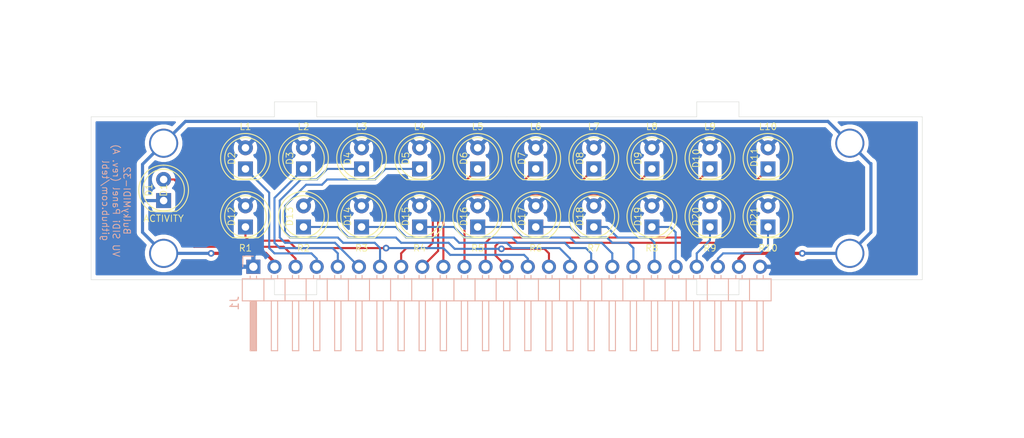
<source format=kicad_pcb>
(kicad_pcb (version 20171130) (host pcbnew "(5.1.8)-1")

  (general
    (thickness 1.6)
    (drawings 23)
    (tracks 168)
    (zones 0)
    (modules 26)
    (nets 24)
  )

  (page A4)
  (layers
    (0 F.Cu signal)
    (31 B.Cu signal)
    (32 B.Adhes user)
    (33 F.Adhes user)
    (34 B.Paste user)
    (35 F.Paste user)
    (36 B.SilkS user)
    (37 F.SilkS user)
    (38 B.Mask user)
    (39 F.Mask user)
    (40 Dwgs.User user)
    (41 Cmts.User user)
    (42 Eco1.User user)
    (43 Eco2.User user)
    (44 Edge.Cuts user)
    (45 Margin user)
    (46 B.CrtYd user)
    (47 F.CrtYd user)
    (48 B.Fab user hide)
    (49 F.Fab user)
  )

  (setup
    (last_trace_width 0.25)
    (trace_clearance 0.2)
    (zone_clearance 0.508)
    (zone_45_only no)
    (trace_min 0.2)
    (via_size 0.8)
    (via_drill 0.4)
    (via_min_size 0.4)
    (via_min_drill 0.3)
    (uvia_size 0.3)
    (uvia_drill 0.1)
    (uvias_allowed no)
    (uvia_min_size 0.2)
    (uvia_min_drill 0.1)
    (edge_width 0.05)
    (segment_width 0.2)
    (pcb_text_width 0.3)
    (pcb_text_size 1.5 1.5)
    (mod_edge_width 0.12)
    (mod_text_size 1 1)
    (mod_text_width 0.15)
    (pad_size 1.524 1.524)
    (pad_drill 0.762)
    (pad_to_mask_clearance 0)
    (aux_axis_origin 0 0)
    (grid_origin 141.09 121.579)
    (visible_elements 7FFFFFFF)
    (pcbplotparams
      (layerselection 0x011fc_ffffffff)
      (usegerberextensions true)
      (usegerberattributes false)
      (usegerberadvancedattributes false)
      (creategerberjobfile false)
      (excludeedgelayer true)
      (linewidth 0.100000)
      (plotframeref false)
      (viasonmask false)
      (mode 1)
      (useauxorigin false)
      (hpglpennumber 1)
      (hpglpenspeed 20)
      (hpglpendiameter 15.000000)
      (psnegative false)
      (psa4output false)
      (plotreference true)
      (plotvalue true)
      (plotinvisibletext false)
      (padsonsilk false)
      (subtractmaskfromsilk false)
      (outputformat 1)
      (mirror false)
      (drillshape 0)
      (scaleselection 1)
      (outputdirectory "export/"))
  )

  (net 0 "")
  (net 1 GND)
  (net 2 /ACT)
  (net 3 VCC)
  (net 4 /L1)
  (net 5 /L2)
  (net 6 /L3)
  (net 7 /L4)
  (net 8 /L5)
  (net 9 /L6)
  (net 10 /L7)
  (net 11 /L8)
  (net 12 /L9)
  (net 13 /L10)
  (net 14 /R1)
  (net 15 /R2)
  (net 16 /R3)
  (net 17 /R4)
  (net 18 /R5)
  (net 19 /R6)
  (net 20 /R7)
  (net 21 /R8)
  (net 22 /R9)
  (net 23 /R10)

  (net_class Default "This is the default net class."
    (clearance 0.2)
    (trace_width 0.25)
    (via_dia 0.8)
    (via_drill 0.4)
    (uvia_dia 0.3)
    (uvia_drill 0.1)
    (add_net /ACT)
    (add_net /L1)
    (add_net /L10)
    (add_net /L2)
    (add_net /L3)
    (add_net /L4)
    (add_net /L5)
    (add_net /L6)
    (add_net /L7)
    (add_net /L8)
    (add_net /L9)
    (add_net /R1)
    (add_net /R10)
    (add_net /R2)
    (add_net /R3)
    (add_net /R4)
    (add_net /R5)
    (add_net /R6)
    (add_net /R7)
    (add_net /R8)
    (add_net /R9)
  )

  (net_class PWR ""
    (clearance 0.2)
    (trace_width 0.381)
    (via_dia 0.8)
    (via_drill 0.4)
    (uvia_dia 0.3)
    (uvia_drill 0.1)
    (add_net GND)
    (add_net VCC)
  )

  (module LED_THT:LED_D5.0mm locked (layer F.Cu) (tedit 5995936A) (tstamp 6282A53B)
    (at 99.815 122.849 90)
    (descr "LED, diameter 5.0mm, 2 pins, http://cdn-reichelt.de/documents/datenblatt/A500/LL-504BC2E-009.pdf")
    (tags "LED diameter 5.0mm 2 pins")
    (path /6283F232)
    (fp_text reference D1 (at 1.27 -1.778 90) (layer F.SilkS)
      (effects (font (size 0.8 0.8) (thickness 0.1)))
    )
    (fp_text value ACTIVITY (at -2.159 0 180) (layer F.SilkS)
      (effects (font (size 0.8 0.8) (thickness 0.1)))
    )
    (fp_line (start 4.5 -3.25) (end -1.95 -3.25) (layer F.CrtYd) (width 0.05))
    (fp_line (start 4.5 3.25) (end 4.5 -3.25) (layer F.CrtYd) (width 0.05))
    (fp_line (start -1.95 3.25) (end 4.5 3.25) (layer F.CrtYd) (width 0.05))
    (fp_line (start -1.95 -3.25) (end -1.95 3.25) (layer F.CrtYd) (width 0.05))
    (fp_line (start -1.29 -1.545) (end -1.29 1.545) (layer F.SilkS) (width 0.12))
    (fp_line (start -1.23 -1.469694) (end -1.23 1.469694) (layer F.Fab) (width 0.1))
    (fp_circle (center 1.27 0) (end 3.77 0) (layer F.SilkS) (width 0.12))
    (fp_circle (center 1.27 0) (end 3.77 0) (layer F.Fab) (width 0.1))
    (fp_arc (start 1.27 0) (end -1.23 -1.469694) (angle 299.1) (layer F.Fab) (width 0.1))
    (fp_arc (start 1.27 0) (end -1.29 -1.54483) (angle 148.9) (layer F.SilkS) (width 0.12))
    (fp_arc (start 1.27 0) (end -1.29 1.54483) (angle -148.9) (layer F.SilkS) (width 0.12))
    (fp_text user %R (at 1.25 0 90) (layer F.SilkS)
      (effects (font (size 0.8 0.8) (thickness 0.1)))
    )
    (pad 1 thru_hole rect (at 0 0 90) (size 1.8 1.8) (drill 0.9) (layers *.Cu *.Mask)
      (net 1 GND))
    (pad 2 thru_hole circle (at 2.54 0 90) (size 1.8 1.8) (drill 0.9) (layers *.Cu *.Mask)
      (net 2 /ACT))
    (model ${KISYS3DMOD}/LED_THT.3dshapes/LED_D5.0mm.wrl
      (at (xyz 0 0 0))
      (scale (xyz 1 1 1))
      (rotate (xyz 0 0 0))
    )
  )

  (module LED_THT:LED_D5.0mm (layer F.Cu) (tedit 5995936A) (tstamp 6282A54D)
    (at 109.6575 119.039 90)
    (descr "LED, diameter 5.0mm, 2 pins, http://cdn-reichelt.de/documents/datenblatt/A500/LL-504BC2E-009.pdf")
    (tags "LED diameter 5.0mm 2 pins")
    (path /6284C224)
    (fp_text reference D2 (at 1.27 -1.651 90) (layer F.SilkS)
      (effects (font (size 0.8 0.8) (thickness 0.1)))
    )
    (fp_text value L1 (at 5.08 0 180) (layer F.SilkS)
      (effects (font (size 0.8 0.8) (thickness 0.1)))
    )
    (fp_circle (center 1.27 0) (end 3.77 0) (layer F.Fab) (width 0.1))
    (fp_circle (center 1.27 0) (end 3.77 0) (layer F.SilkS) (width 0.12))
    (fp_line (start -1.23 -1.469694) (end -1.23 1.469694) (layer F.Fab) (width 0.1))
    (fp_line (start -1.29 -1.545) (end -1.29 1.545) (layer F.SilkS) (width 0.12))
    (fp_line (start -1.95 -3.25) (end -1.95 3.25) (layer F.CrtYd) (width 0.05))
    (fp_line (start -1.95 3.25) (end 4.5 3.25) (layer F.CrtYd) (width 0.05))
    (fp_line (start 4.5 3.25) (end 4.5 -3.25) (layer F.CrtYd) (width 0.05))
    (fp_line (start 4.5 -3.25) (end -1.95 -3.25) (layer F.CrtYd) (width 0.05))
    (fp_text user %R (at 1.25 0 90) (layer F.SilkS) hide
      (effects (font (size 0.8 0.8) (thickness 0.1)))
    )
    (fp_arc (start 1.27 0) (end -1.29 1.54483) (angle -148.9) (layer F.SilkS) (width 0.12))
    (fp_arc (start 1.27 0) (end -1.29 -1.54483) (angle 148.9) (layer F.SilkS) (width 0.12))
    (fp_arc (start 1.27 0) (end -1.23 -1.469694) (angle 299.1) (layer F.Fab) (width 0.1))
    (pad 2 thru_hole circle (at 2.54 0 90) (size 1.8 1.8) (drill 0.9) (layers *.Cu *.Mask)
      (net 3 VCC))
    (pad 1 thru_hole rect (at 0 0 90) (size 1.8 1.8) (drill 0.9) (layers *.Cu *.Mask)
      (net 4 /L1))
    (model ${KISYS3DMOD}/LED_THT.3dshapes/LED_D5.0mm.wrl
      (at (xyz 0 0 0))
      (scale (xyz 1 1 1))
      (rotate (xyz 0 0 0))
    )
  )

  (module LED_THT:LED_D5.0mm (layer F.Cu) (tedit 5995936A) (tstamp 6282A55F)
    (at 116.6425 119.039 90)
    (descr "LED, diameter 5.0mm, 2 pins, http://cdn-reichelt.de/documents/datenblatt/A500/LL-504BC2E-009.pdf")
    (tags "LED diameter 5.0mm 2 pins")
    (path /62856CB3)
    (fp_text reference D3 (at 1.27 -1.651 90) (layer F.SilkS)
      (effects (font (size 0.8 0.8) (thickness 0.1)))
    )
    (fp_text value L2 (at 5.08 0 180) (layer F.SilkS)
      (effects (font (size 0.8 0.8) (thickness 0.1)))
    )
    (fp_line (start 4.5 -3.25) (end -1.95 -3.25) (layer F.CrtYd) (width 0.05))
    (fp_line (start 4.5 3.25) (end 4.5 -3.25) (layer F.CrtYd) (width 0.05))
    (fp_line (start -1.95 3.25) (end 4.5 3.25) (layer F.CrtYd) (width 0.05))
    (fp_line (start -1.95 -3.25) (end -1.95 3.25) (layer F.CrtYd) (width 0.05))
    (fp_line (start -1.29 -1.545) (end -1.29 1.545) (layer F.SilkS) (width 0.12))
    (fp_line (start -1.23 -1.469694) (end -1.23 1.469694) (layer F.Fab) (width 0.1))
    (fp_circle (center 1.27 0) (end 3.77 0) (layer F.SilkS) (width 0.12))
    (fp_circle (center 1.27 0) (end 3.77 0) (layer F.Fab) (width 0.1))
    (fp_arc (start 1.27 0) (end -1.23 -1.469694) (angle 299.1) (layer F.Fab) (width 0.1))
    (fp_arc (start 1.27 0) (end -1.29 -1.54483) (angle 148.9) (layer F.SilkS) (width 0.12))
    (fp_arc (start 1.27 0) (end -1.29 1.54483) (angle -148.9) (layer F.SilkS) (width 0.12))
    (fp_text user %R (at 1.25 0 90) (layer F.SilkS) hide
      (effects (font (size 0.8 0.8) (thickness 0.1)))
    )
    (pad 1 thru_hole rect (at 0 0 90) (size 1.8 1.8) (drill 0.9) (layers *.Cu *.Mask)
      (net 5 /L2))
    (pad 2 thru_hole circle (at 2.54 0 90) (size 1.8 1.8) (drill 0.9) (layers *.Cu *.Mask)
      (net 3 VCC))
    (model ${KISYS3DMOD}/LED_THT.3dshapes/LED_D5.0mm.wrl
      (at (xyz 0 0 0))
      (scale (xyz 1 1 1))
      (rotate (xyz 0 0 0))
    )
  )

  (module LED_THT:LED_D5.0mm (layer F.Cu) (tedit 5995936A) (tstamp 6282A571)
    (at 123.6275 119.039 90)
    (descr "LED, diameter 5.0mm, 2 pins, http://cdn-reichelt.de/documents/datenblatt/A500/LL-504BC2E-009.pdf")
    (tags "LED diameter 5.0mm 2 pins")
    (path /62857B2D)
    (fp_text reference D4 (at 1.27 -1.674 90) (layer F.SilkS)
      (effects (font (size 0.8 0.8) (thickness 0.1)))
    )
    (fp_text value L3 (at 5.08 0 180) (layer F.SilkS)
      (effects (font (size 0.8 0.8) (thickness 0.1)))
    )
    (fp_circle (center 1.27 0) (end 3.77 0) (layer F.Fab) (width 0.1))
    (fp_circle (center 1.27 0) (end 3.77 0) (layer F.SilkS) (width 0.12))
    (fp_line (start -1.23 -1.469694) (end -1.23 1.469694) (layer F.Fab) (width 0.1))
    (fp_line (start -1.29 -1.545) (end -1.29 1.545) (layer F.SilkS) (width 0.12))
    (fp_line (start -1.95 -3.25) (end -1.95 3.25) (layer F.CrtYd) (width 0.05))
    (fp_line (start -1.95 3.25) (end 4.5 3.25) (layer F.CrtYd) (width 0.05))
    (fp_line (start 4.5 3.25) (end 4.5 -3.25) (layer F.CrtYd) (width 0.05))
    (fp_line (start 4.5 -3.25) (end -1.95 -3.25) (layer F.CrtYd) (width 0.05))
    (fp_text user %R (at 1.25 0 90) (layer F.SilkS) hide
      (effects (font (size 0.8 0.8) (thickness 0.1)))
    )
    (fp_arc (start 1.27 0) (end -1.29 1.54483) (angle -148.9) (layer F.SilkS) (width 0.12))
    (fp_arc (start 1.27 0) (end -1.29 -1.54483) (angle 148.9) (layer F.SilkS) (width 0.12))
    (fp_arc (start 1.27 0) (end -1.23 -1.469694) (angle 299.1) (layer F.Fab) (width 0.1))
    (pad 2 thru_hole circle (at 2.54 0 90) (size 1.8 1.8) (drill 0.9) (layers *.Cu *.Mask)
      (net 3 VCC))
    (pad 1 thru_hole rect (at 0 0 90) (size 1.8 1.8) (drill 0.9) (layers *.Cu *.Mask)
      (net 6 /L3))
    (model ${KISYS3DMOD}/LED_THT.3dshapes/LED_D5.0mm.wrl
      (at (xyz 0 0 0))
      (scale (xyz 1 1 1))
      (rotate (xyz 0 0 0))
    )
  )

  (module LED_THT:LED_D5.0mm (layer F.Cu) (tedit 5995936A) (tstamp 6282A583)
    (at 130.6125 119.039 90)
    (descr "LED, diameter 5.0mm, 2 pins, http://cdn-reichelt.de/documents/datenblatt/A500/LL-504BC2E-009.pdf")
    (tags "LED diameter 5.0mm 2 pins")
    (path /628589F9)
    (fp_text reference D5 (at 1.27 -1.674 90) (layer F.SilkS)
      (effects (font (size 0.8 0.8) (thickness 0.1)))
    )
    (fp_text value L4 (at 5.08 0 180) (layer F.SilkS)
      (effects (font (size 0.8 0.8) (thickness 0.1)))
    )
    (fp_line (start 4.5 -3.25) (end -1.95 -3.25) (layer F.CrtYd) (width 0.05))
    (fp_line (start 4.5 3.25) (end 4.5 -3.25) (layer F.CrtYd) (width 0.05))
    (fp_line (start -1.95 3.25) (end 4.5 3.25) (layer F.CrtYd) (width 0.05))
    (fp_line (start -1.95 -3.25) (end -1.95 3.25) (layer F.CrtYd) (width 0.05))
    (fp_line (start -1.29 -1.545) (end -1.29 1.545) (layer F.SilkS) (width 0.12))
    (fp_line (start -1.23 -1.469694) (end -1.23 1.469694) (layer F.Fab) (width 0.1))
    (fp_circle (center 1.27 0) (end 3.77 0) (layer F.SilkS) (width 0.12))
    (fp_circle (center 1.27 0) (end 3.77 0) (layer F.Fab) (width 0.1))
    (fp_arc (start 1.27 0) (end -1.23 -1.469694) (angle 299.1) (layer F.Fab) (width 0.1))
    (fp_arc (start 1.27 0) (end -1.29 -1.54483) (angle 148.9) (layer F.SilkS) (width 0.12))
    (fp_arc (start 1.27 0) (end -1.29 1.54483) (angle -148.9) (layer F.SilkS) (width 0.12))
    (fp_text user %R (at 1.25 0 90) (layer F.SilkS) hide
      (effects (font (size 0.8 0.8) (thickness 0.1)))
    )
    (pad 1 thru_hole rect (at 0 0 90) (size 1.8 1.8) (drill 0.9) (layers *.Cu *.Mask)
      (net 7 /L4))
    (pad 2 thru_hole circle (at 2.54 0 90) (size 1.8 1.8) (drill 0.9) (layers *.Cu *.Mask)
      (net 3 VCC))
    (model ${KISYS3DMOD}/LED_THT.3dshapes/LED_D5.0mm.wrl
      (at (xyz 0 0 0))
      (scale (xyz 1 1 1))
      (rotate (xyz 0 0 0))
    )
  )

  (module LED_THT:LED_D5.0mm (layer F.Cu) (tedit 5995936A) (tstamp 6282A595)
    (at 137.5975 119.039 90)
    (descr "LED, diameter 5.0mm, 2 pins, http://cdn-reichelt.de/documents/datenblatt/A500/LL-504BC2E-009.pdf")
    (tags "LED diameter 5.0mm 2 pins")
    (path /6285961A)
    (fp_text reference D6 (at 1.27 -1.674 90) (layer F.SilkS)
      (effects (font (size 0.8 0.8) (thickness 0.1)))
    )
    (fp_text value L5 (at 5.08 0 180) (layer F.SilkS)
      (effects (font (size 0.8 0.8) (thickness 0.1)))
    )
    (fp_circle (center 1.27 0) (end 3.77 0) (layer F.Fab) (width 0.1))
    (fp_circle (center 1.27 0) (end 3.77 0) (layer F.SilkS) (width 0.12))
    (fp_line (start -1.23 -1.469694) (end -1.23 1.469694) (layer F.Fab) (width 0.1))
    (fp_line (start -1.29 -1.545) (end -1.29 1.545) (layer F.SilkS) (width 0.12))
    (fp_line (start -1.95 -3.25) (end -1.95 3.25) (layer F.CrtYd) (width 0.05))
    (fp_line (start -1.95 3.25) (end 4.5 3.25) (layer F.CrtYd) (width 0.05))
    (fp_line (start 4.5 3.25) (end 4.5 -3.25) (layer F.CrtYd) (width 0.05))
    (fp_line (start 4.5 -3.25) (end -1.95 -3.25) (layer F.CrtYd) (width 0.05))
    (fp_text user %R (at 1.25 0 90) (layer F.SilkS) hide
      (effects (font (size 0.8 0.8) (thickness 0.1)))
    )
    (fp_arc (start 1.27 0) (end -1.29 1.54483) (angle -148.9) (layer F.SilkS) (width 0.12))
    (fp_arc (start 1.27 0) (end -1.29 -1.54483) (angle 148.9) (layer F.SilkS) (width 0.12))
    (fp_arc (start 1.27 0) (end -1.23 -1.469694) (angle 299.1) (layer F.Fab) (width 0.1))
    (pad 2 thru_hole circle (at 2.54 0 90) (size 1.8 1.8) (drill 0.9) (layers *.Cu *.Mask)
      (net 3 VCC))
    (pad 1 thru_hole rect (at 0 0 90) (size 1.8 1.8) (drill 0.9) (layers *.Cu *.Mask)
      (net 8 /L5))
    (model ${KISYS3DMOD}/LED_THT.3dshapes/LED_D5.0mm.wrl
      (at (xyz 0 0 0))
      (scale (xyz 1 1 1))
      (rotate (xyz 0 0 0))
    )
  )

  (module LED_THT:LED_D5.0mm (layer F.Cu) (tedit 5995936A) (tstamp 6282A5A7)
    (at 144.5825 119.039 90)
    (descr "LED, diameter 5.0mm, 2 pins, http://cdn-reichelt.de/documents/datenblatt/A500/LL-504BC2E-009.pdf")
    (tags "LED diameter 5.0mm 2 pins")
    (path /6285A3CB)
    (fp_text reference D7 (at 1.27 -1.674 90) (layer F.SilkS)
      (effects (font (size 0.8 0.8) (thickness 0.1)))
    )
    (fp_text value L6 (at 5.08 0 180) (layer F.SilkS)
      (effects (font (size 0.8 0.8) (thickness 0.1)))
    )
    (fp_line (start 4.5 -3.25) (end -1.95 -3.25) (layer F.CrtYd) (width 0.05))
    (fp_line (start 4.5 3.25) (end 4.5 -3.25) (layer F.CrtYd) (width 0.05))
    (fp_line (start -1.95 3.25) (end 4.5 3.25) (layer F.CrtYd) (width 0.05))
    (fp_line (start -1.95 -3.25) (end -1.95 3.25) (layer F.CrtYd) (width 0.05))
    (fp_line (start -1.29 -1.545) (end -1.29 1.545) (layer F.SilkS) (width 0.12))
    (fp_line (start -1.23 -1.469694) (end -1.23 1.469694) (layer F.Fab) (width 0.1))
    (fp_circle (center 1.27 0) (end 3.77 0) (layer F.SilkS) (width 0.12))
    (fp_circle (center 1.27 0) (end 3.77 0) (layer F.Fab) (width 0.1))
    (fp_arc (start 1.27 0) (end -1.23 -1.469694) (angle 299.1) (layer F.Fab) (width 0.1))
    (fp_arc (start 1.27 0) (end -1.29 -1.54483) (angle 148.9) (layer F.SilkS) (width 0.12))
    (fp_arc (start 1.27 0) (end -1.29 1.54483) (angle -148.9) (layer F.SilkS) (width 0.12))
    (fp_text user %R (at 1.25 0 90) (layer F.SilkS) hide
      (effects (font (size 0.8 0.8) (thickness 0.1)))
    )
    (pad 1 thru_hole rect (at 0 0 90) (size 1.8 1.8) (drill 0.9) (layers *.Cu *.Mask)
      (net 9 /L6))
    (pad 2 thru_hole circle (at 2.54 0 90) (size 1.8 1.8) (drill 0.9) (layers *.Cu *.Mask)
      (net 3 VCC))
    (model ${KISYS3DMOD}/LED_THT.3dshapes/LED_D5.0mm.wrl
      (at (xyz 0 0 0))
      (scale (xyz 1 1 1))
      (rotate (xyz 0 0 0))
    )
  )

  (module LED_THT:LED_D5.0mm (layer F.Cu) (tedit 5995936A) (tstamp 6282A5B9)
    (at 151.5675 119.039 90)
    (descr "LED, diameter 5.0mm, 2 pins, http://cdn-reichelt.de/documents/datenblatt/A500/LL-504BC2E-009.pdf")
    (tags "LED diameter 5.0mm 2 pins")
    (path /6285B25B)
    (fp_text reference D8 (at 1.27 -1.674 90) (layer F.SilkS)
      (effects (font (size 0.8 0.8) (thickness 0.1)))
    )
    (fp_text value L7 (at 5.08 0 180) (layer F.SilkS)
      (effects (font (size 0.8 0.8) (thickness 0.1)))
    )
    (fp_circle (center 1.27 0) (end 3.77 0) (layer F.Fab) (width 0.1))
    (fp_circle (center 1.27 0) (end 3.77 0) (layer F.SilkS) (width 0.12))
    (fp_line (start -1.23 -1.469694) (end -1.23 1.469694) (layer F.Fab) (width 0.1))
    (fp_line (start -1.29 -1.545) (end -1.29 1.545) (layer F.SilkS) (width 0.12))
    (fp_line (start -1.95 -3.25) (end -1.95 3.25) (layer F.CrtYd) (width 0.05))
    (fp_line (start -1.95 3.25) (end 4.5 3.25) (layer F.CrtYd) (width 0.05))
    (fp_line (start 4.5 3.25) (end 4.5 -3.25) (layer F.CrtYd) (width 0.05))
    (fp_line (start 4.5 -3.25) (end -1.95 -3.25) (layer F.CrtYd) (width 0.05))
    (fp_text user %R (at 1.25 0 90) (layer F.SilkS) hide
      (effects (font (size 0.8 0.8) (thickness 0.1)))
    )
    (fp_arc (start 1.27 0) (end -1.29 1.54483) (angle -148.9) (layer F.SilkS) (width 0.12))
    (fp_arc (start 1.27 0) (end -1.29 -1.54483) (angle 148.9) (layer F.SilkS) (width 0.12))
    (fp_arc (start 1.27 0) (end -1.23 -1.469694) (angle 299.1) (layer F.Fab) (width 0.1))
    (pad 2 thru_hole circle (at 2.54 0 90) (size 1.8 1.8) (drill 0.9) (layers *.Cu *.Mask)
      (net 3 VCC))
    (pad 1 thru_hole rect (at 0 0 90) (size 1.8 1.8) (drill 0.9) (layers *.Cu *.Mask)
      (net 10 /L7))
    (model ${KISYS3DMOD}/LED_THT.3dshapes/LED_D5.0mm.wrl
      (at (xyz 0 0 0))
      (scale (xyz 1 1 1))
      (rotate (xyz 0 0 0))
    )
  )

  (module LED_THT:LED_D5.0mm (layer F.Cu) (tedit 5995936A) (tstamp 6282A5CB)
    (at 158.5525 119.039 90)
    (descr "LED, diameter 5.0mm, 2 pins, http://cdn-reichelt.de/documents/datenblatt/A500/LL-504BC2E-009.pdf")
    (tags "LED diameter 5.0mm 2 pins")
    (path /6285C101)
    (fp_text reference D9 (at 1.27 -1.674 90) (layer F.SilkS)
      (effects (font (size 0.8 0.8) (thickness 0.1)))
    )
    (fp_text value L8 (at 5.08 0 180) (layer F.SilkS)
      (effects (font (size 0.8 0.8) (thickness 0.1)))
    )
    (fp_line (start 4.5 -3.25) (end -1.95 -3.25) (layer F.CrtYd) (width 0.05))
    (fp_line (start 4.5 3.25) (end 4.5 -3.25) (layer F.CrtYd) (width 0.05))
    (fp_line (start -1.95 3.25) (end 4.5 3.25) (layer F.CrtYd) (width 0.05))
    (fp_line (start -1.95 -3.25) (end -1.95 3.25) (layer F.CrtYd) (width 0.05))
    (fp_line (start -1.29 -1.545) (end -1.29 1.545) (layer F.SilkS) (width 0.12))
    (fp_line (start -1.23 -1.469694) (end -1.23 1.469694) (layer F.Fab) (width 0.1))
    (fp_circle (center 1.27 0) (end 3.77 0) (layer F.SilkS) (width 0.12))
    (fp_circle (center 1.27 0) (end 3.77 0) (layer F.Fab) (width 0.1))
    (fp_arc (start 1.27 0) (end -1.23 -1.469694) (angle 299.1) (layer F.Fab) (width 0.1))
    (fp_arc (start 1.27 0) (end -1.29 -1.54483) (angle 148.9) (layer F.SilkS) (width 0.12))
    (fp_arc (start 1.27 0) (end -1.29 1.54483) (angle -148.9) (layer F.SilkS) (width 0.12))
    (fp_text user %R (at 1.25 0 90) (layer F.SilkS) hide
      (effects (font (size 0.8 0.8) (thickness 0.1)))
    )
    (pad 1 thru_hole rect (at 0 0 90) (size 1.8 1.8) (drill 0.9) (layers *.Cu *.Mask)
      (net 11 /L8))
    (pad 2 thru_hole circle (at 2.54 0 90) (size 1.8 1.8) (drill 0.9) (layers *.Cu *.Mask)
      (net 3 VCC))
    (model ${KISYS3DMOD}/LED_THT.3dshapes/LED_D5.0mm.wrl
      (at (xyz 0 0 0))
      (scale (xyz 1 1 1))
      (rotate (xyz 0 0 0))
    )
  )

  (module LED_THT:LED_D5.0mm (layer F.Cu) (tedit 5995936A) (tstamp 6282A5DD)
    (at 165.5375 119.039 90)
    (descr "LED, diameter 5.0mm, 2 pins, http://cdn-reichelt.de/documents/datenblatt/A500/LL-504BC2E-009.pdf")
    (tags "LED diameter 5.0mm 2 pins")
    (path /62876713)
    (fp_text reference D10 (at 1.27 -1.651 90) (layer F.SilkS)
      (effects (font (size 0.8 0.8) (thickness 0.1)))
    )
    (fp_text value L9 (at 5.08 0 180) (layer F.SilkS)
      (effects (font (size 0.8 0.8) (thickness 0.1)))
    )
    (fp_line (start 4.5 -3.25) (end -1.95 -3.25) (layer F.CrtYd) (width 0.05))
    (fp_line (start 4.5 3.25) (end 4.5 -3.25) (layer F.CrtYd) (width 0.05))
    (fp_line (start -1.95 3.25) (end 4.5 3.25) (layer F.CrtYd) (width 0.05))
    (fp_line (start -1.95 -3.25) (end -1.95 3.25) (layer F.CrtYd) (width 0.05))
    (fp_line (start -1.29 -1.545) (end -1.29 1.545) (layer F.SilkS) (width 0.12))
    (fp_line (start -1.23 -1.469694) (end -1.23 1.469694) (layer F.Fab) (width 0.1))
    (fp_circle (center 1.27 0) (end 3.77 0) (layer F.SilkS) (width 0.12))
    (fp_circle (center 1.27 0) (end 3.77 0) (layer F.Fab) (width 0.1))
    (fp_arc (start 1.27 0) (end -1.23 -1.469694) (angle 299.1) (layer F.Fab) (width 0.1))
    (fp_arc (start 1.27 0) (end -1.29 -1.54483) (angle 148.9) (layer F.SilkS) (width 0.12))
    (fp_arc (start 1.27 0) (end -1.29 1.54483) (angle -148.9) (layer F.SilkS) (width 0.12))
    (fp_text user %R (at 1.25 0 90) (layer F.SilkS) hide
      (effects (font (size 0.8 0.8) (thickness 0.1)))
    )
    (pad 1 thru_hole rect (at 0 0 90) (size 1.8 1.8) (drill 0.9) (layers *.Cu *.Mask)
      (net 12 /L9))
    (pad 2 thru_hole circle (at 2.54 0 90) (size 1.8 1.8) (drill 0.9) (layers *.Cu *.Mask)
      (net 3 VCC))
    (model ${KISYS3DMOD}/LED_THT.3dshapes/LED_D5.0mm.wrl
      (at (xyz 0 0 0))
      (scale (xyz 1 1 1))
      (rotate (xyz 0 0 0))
    )
  )

  (module LED_THT:LED_D5.0mm (layer F.Cu) (tedit 5995936A) (tstamp 6282A5EF)
    (at 172.5225 119.039 90)
    (descr "LED, diameter 5.0mm, 2 pins, http://cdn-reichelt.de/documents/datenblatt/A500/LL-504BC2E-009.pdf")
    (tags "LED diameter 5.0mm 2 pins")
    (path /62876721)
    (fp_text reference D11 (at 1.397 -1.651 90) (layer F.SilkS)
      (effects (font (size 0.8 0.8) (thickness 0.1)))
    )
    (fp_text value L10 (at 5.08 0 180) (layer F.SilkS)
      (effects (font (size 0.8 0.8) (thickness 0.1)))
    )
    (fp_circle (center 1.27 0) (end 3.77 0) (layer F.Fab) (width 0.1))
    (fp_circle (center 1.27 0) (end 3.77 0) (layer F.SilkS) (width 0.12))
    (fp_line (start -1.23 -1.469694) (end -1.23 1.469694) (layer F.Fab) (width 0.1))
    (fp_line (start -1.29 -1.545) (end -1.29 1.545) (layer F.SilkS) (width 0.12))
    (fp_line (start -1.95 -3.25) (end -1.95 3.25) (layer F.CrtYd) (width 0.05))
    (fp_line (start -1.95 3.25) (end 4.5 3.25) (layer F.CrtYd) (width 0.05))
    (fp_line (start 4.5 3.25) (end 4.5 -3.25) (layer F.CrtYd) (width 0.05))
    (fp_line (start 4.5 -3.25) (end -1.95 -3.25) (layer F.CrtYd) (width 0.05))
    (fp_text user %R (at 1.25 0 90) (layer F.SilkS) hide
      (effects (font (size 0.8 0.8) (thickness 0.1)))
    )
    (fp_arc (start 1.27 0) (end -1.29 1.54483) (angle -148.9) (layer F.SilkS) (width 0.12))
    (fp_arc (start 1.27 0) (end -1.29 -1.54483) (angle 148.9) (layer F.SilkS) (width 0.12))
    (fp_arc (start 1.27 0) (end -1.23 -1.469694) (angle 299.1) (layer F.Fab) (width 0.1))
    (pad 2 thru_hole circle (at 2.54 0 90) (size 1.8 1.8) (drill 0.9) (layers *.Cu *.Mask)
      (net 3 VCC))
    (pad 1 thru_hole rect (at 0 0 90) (size 1.8 1.8) (drill 0.9) (layers *.Cu *.Mask)
      (net 13 /L10))
    (model ${KISYS3DMOD}/LED_THT.3dshapes/LED_D5.0mm.wrl
      (at (xyz 0 0 0))
      (scale (xyz 1 1 1))
      (rotate (xyz 0 0 0))
    )
  )

  (module LED_THT:LED_D5.0mm (layer F.Cu) (tedit 5995936A) (tstamp 6286DF55)
    (at 109.6575 126.024 90)
    (descr "LED, diameter 5.0mm, 2 pins, http://cdn-reichelt.de/documents/datenblatt/A500/LL-504BC2E-009.pdf")
    (tags "LED diameter 5.0mm 2 pins")
    (path /6287672F)
    (fp_text reference D12 (at 1.27 -1.674 90) (layer F.SilkS)
      (effects (font (size 0.8 0.8) (thickness 0.1)))
    )
    (fp_text value R1 (at -2.54 0 180) (layer F.SilkS)
      (effects (font (size 0.8 0.8) (thickness 0.1)))
    )
    (fp_line (start 4.5 -3.25) (end -1.95 -3.25) (layer F.CrtYd) (width 0.05))
    (fp_line (start 4.5 3.25) (end 4.5 -3.25) (layer F.CrtYd) (width 0.05))
    (fp_line (start -1.95 3.25) (end 4.5 3.25) (layer F.CrtYd) (width 0.05))
    (fp_line (start -1.95 -3.25) (end -1.95 3.25) (layer F.CrtYd) (width 0.05))
    (fp_line (start -1.29 -1.545) (end -1.29 1.545) (layer F.SilkS) (width 0.12))
    (fp_line (start -1.23 -1.469694) (end -1.23 1.469694) (layer F.Fab) (width 0.1))
    (fp_circle (center 1.27 0) (end 3.77 0) (layer F.SilkS) (width 0.12))
    (fp_circle (center 1.27 0) (end 3.77 0) (layer F.Fab) (width 0.1))
    (fp_arc (start 1.27 0) (end -1.23 -1.469694) (angle 299.1) (layer F.Fab) (width 0.1))
    (fp_arc (start 1.27 0) (end -1.29 -1.54483) (angle 148.9) (layer F.SilkS) (width 0.12))
    (fp_arc (start 1.27 0) (end -1.29 1.54483) (angle -148.9) (layer F.SilkS) (width 0.12))
    (fp_text user %R (at 1.25 0 90) (layer F.SilkS) hide
      (effects (font (size 0.8 0.8) (thickness 0.1)))
    )
    (pad 1 thru_hole rect (at 0 0 90) (size 1.8 1.8) (drill 0.9) (layers *.Cu *.Mask)
      (net 14 /R1))
    (pad 2 thru_hole circle (at 2.54 0 90) (size 1.8 1.8) (drill 0.9) (layers *.Cu *.Mask)
      (net 3 VCC))
    (model ${KISYS3DMOD}/LED_THT.3dshapes/LED_D5.0mm.wrl
      (at (xyz 0 0 0))
      (scale (xyz 1 1 1))
      (rotate (xyz 0 0 0))
    )
  )

  (module LED_THT:LED_D5.0mm (layer F.Cu) (tedit 5995936A) (tstamp 6282A613)
    (at 116.6425 126.024 90)
    (descr "LED, diameter 5.0mm, 2 pins, http://cdn-reichelt.de/documents/datenblatt/A500/LL-504BC2E-009.pdf")
    (tags "LED diameter 5.0mm 2 pins")
    (path /6287673D)
    (fp_text reference D13 (at 1.27 -1.674 90) (layer F.SilkS)
      (effects (font (size 0.8 0.8) (thickness 0.1)))
    )
    (fp_text value R2 (at -2.54 0 180) (layer F.SilkS)
      (effects (font (size 0.8 0.8) (thickness 0.1)))
    )
    (fp_circle (center 1.27 0) (end 3.77 0) (layer F.Fab) (width 0.1))
    (fp_circle (center 1.27 0) (end 3.77 0) (layer F.SilkS) (width 0.12))
    (fp_line (start -1.23 -1.469694) (end -1.23 1.469694) (layer F.Fab) (width 0.1))
    (fp_line (start -1.29 -1.545) (end -1.29 1.545) (layer F.SilkS) (width 0.12))
    (fp_line (start -1.95 -3.25) (end -1.95 3.25) (layer F.CrtYd) (width 0.05))
    (fp_line (start -1.95 3.25) (end 4.5 3.25) (layer F.CrtYd) (width 0.05))
    (fp_line (start 4.5 3.25) (end 4.5 -3.25) (layer F.CrtYd) (width 0.05))
    (fp_line (start 4.5 -3.25) (end -1.95 -3.25) (layer F.CrtYd) (width 0.05))
    (fp_text user %R (at 1.25 0 90) (layer F.SilkS) hide
      (effects (font (size 0.8 0.8) (thickness 0.1)))
    )
    (fp_arc (start 1.27 0) (end -1.29 1.54483) (angle -148.9) (layer F.SilkS) (width 0.12))
    (fp_arc (start 1.27 0) (end -1.29 -1.54483) (angle 148.9) (layer F.SilkS) (width 0.12))
    (fp_arc (start 1.27 0) (end -1.23 -1.469694) (angle 299.1) (layer F.Fab) (width 0.1))
    (pad 2 thru_hole circle (at 2.54 0 90) (size 1.8 1.8) (drill 0.9) (layers *.Cu *.Mask)
      (net 3 VCC))
    (pad 1 thru_hole rect (at 0 0 90) (size 1.8 1.8) (drill 0.9) (layers *.Cu *.Mask)
      (net 15 /R2))
    (model ${KISYS3DMOD}/LED_THT.3dshapes/LED_D5.0mm.wrl
      (at (xyz 0 0 0))
      (scale (xyz 1 1 1))
      (rotate (xyz 0 0 0))
    )
  )

  (module LED_THT:LED_D5.0mm (layer F.Cu) (tedit 5995936A) (tstamp 6282A625)
    (at 123.6275 126.024 90)
    (descr "LED, diameter 5.0mm, 2 pins, http://cdn-reichelt.de/documents/datenblatt/A500/LL-504BC2E-009.pdf")
    (tags "LED diameter 5.0mm 2 pins")
    (path /6287674B)
    (fp_text reference D14 (at 1.27 -1.674 90) (layer F.SilkS)
      (effects (font (size 0.8 0.8) (thickness 0.1)))
    )
    (fp_text value R3 (at -2.54 0 180) (layer F.SilkS)
      (effects (font (size 0.8 0.8) (thickness 0.1)))
    )
    (fp_line (start 4.5 -3.25) (end -1.95 -3.25) (layer F.CrtYd) (width 0.05))
    (fp_line (start 4.5 3.25) (end 4.5 -3.25) (layer F.CrtYd) (width 0.05))
    (fp_line (start -1.95 3.25) (end 4.5 3.25) (layer F.CrtYd) (width 0.05))
    (fp_line (start -1.95 -3.25) (end -1.95 3.25) (layer F.CrtYd) (width 0.05))
    (fp_line (start -1.29 -1.545) (end -1.29 1.545) (layer F.SilkS) (width 0.12))
    (fp_line (start -1.23 -1.469694) (end -1.23 1.469694) (layer F.Fab) (width 0.1))
    (fp_circle (center 1.27 0) (end 3.77 0) (layer F.SilkS) (width 0.12))
    (fp_circle (center 1.27 0) (end 3.77 0) (layer F.Fab) (width 0.1))
    (fp_arc (start 1.27 0) (end -1.23 -1.469694) (angle 299.1) (layer F.Fab) (width 0.1))
    (fp_arc (start 1.27 0) (end -1.29 -1.54483) (angle 148.9) (layer F.SilkS) (width 0.12))
    (fp_arc (start 1.27 0) (end -1.29 1.54483) (angle -148.9) (layer F.SilkS) (width 0.12))
    (fp_text user %R (at 1.25 0 90) (layer F.SilkS) hide
      (effects (font (size 0.8 0.8) (thickness 0.1)))
    )
    (pad 1 thru_hole rect (at 0 0 90) (size 1.8 1.8) (drill 0.9) (layers *.Cu *.Mask)
      (net 16 /R3))
    (pad 2 thru_hole circle (at 2.54 0 90) (size 1.8 1.8) (drill 0.9) (layers *.Cu *.Mask)
      (net 3 VCC))
    (model ${KISYS3DMOD}/LED_THT.3dshapes/LED_D5.0mm.wrl
      (at (xyz 0 0 0))
      (scale (xyz 1 1 1))
      (rotate (xyz 0 0 0))
    )
  )

  (module LED_THT:LED_D5.0mm (layer F.Cu) (tedit 5995936A) (tstamp 6282A637)
    (at 130.6125 126.024 90)
    (descr "LED, diameter 5.0mm, 2 pins, http://cdn-reichelt.de/documents/datenblatt/A500/LL-504BC2E-009.pdf")
    (tags "LED diameter 5.0mm 2 pins")
    (path /62876759)
    (fp_text reference D15 (at 1.27 -1.674 90) (layer F.SilkS)
      (effects (font (size 0.8 0.8) (thickness 0.1)))
    )
    (fp_text value R4 (at -2.54 0 180) (layer F.SilkS)
      (effects (font (size 0.8 0.8) (thickness 0.1)))
    )
    (fp_circle (center 1.27 0) (end 3.77 0) (layer F.Fab) (width 0.1))
    (fp_circle (center 1.27 0) (end 3.77 0) (layer F.SilkS) (width 0.12))
    (fp_line (start -1.23 -1.469694) (end -1.23 1.469694) (layer F.Fab) (width 0.1))
    (fp_line (start -1.29 -1.545) (end -1.29 1.545) (layer F.SilkS) (width 0.12))
    (fp_line (start -1.95 -3.25) (end -1.95 3.25) (layer F.CrtYd) (width 0.05))
    (fp_line (start -1.95 3.25) (end 4.5 3.25) (layer F.CrtYd) (width 0.05))
    (fp_line (start 4.5 3.25) (end 4.5 -3.25) (layer F.CrtYd) (width 0.05))
    (fp_line (start 4.5 -3.25) (end -1.95 -3.25) (layer F.CrtYd) (width 0.05))
    (fp_text user %R (at 1.25 0 90) (layer F.SilkS) hide
      (effects (font (size 0.8 0.8) (thickness 0.1)))
    )
    (fp_arc (start 1.27 0) (end -1.29 1.54483) (angle -148.9) (layer F.SilkS) (width 0.12))
    (fp_arc (start 1.27 0) (end -1.29 -1.54483) (angle 148.9) (layer F.SilkS) (width 0.12))
    (fp_arc (start 1.27 0) (end -1.23 -1.469694) (angle 299.1) (layer F.Fab) (width 0.1))
    (pad 2 thru_hole circle (at 2.54 0 90) (size 1.8 1.8) (drill 0.9) (layers *.Cu *.Mask)
      (net 3 VCC))
    (pad 1 thru_hole rect (at 0 0 90) (size 1.8 1.8) (drill 0.9) (layers *.Cu *.Mask)
      (net 17 /R4))
    (model ${KISYS3DMOD}/LED_THT.3dshapes/LED_D5.0mm.wrl
      (at (xyz 0 0 0))
      (scale (xyz 1 1 1))
      (rotate (xyz 0 0 0))
    )
  )

  (module LED_THT:LED_D5.0mm (layer F.Cu) (tedit 5995936A) (tstamp 6282A649)
    (at 137.5975 126.024 90)
    (descr "LED, diameter 5.0mm, 2 pins, http://cdn-reichelt.de/documents/datenblatt/A500/LL-504BC2E-009.pdf")
    (tags "LED diameter 5.0mm 2 pins")
    (path /62876767)
    (fp_text reference D16 (at 1.27 -1.674 90) (layer F.SilkS)
      (effects (font (size 0.8 0.8) (thickness 0.1)))
    )
    (fp_text value R5 (at -2.54 0 180) (layer F.SilkS)
      (effects (font (size 0.8 0.8) (thickness 0.1)))
    )
    (fp_line (start 4.5 -3.25) (end -1.95 -3.25) (layer F.CrtYd) (width 0.05))
    (fp_line (start 4.5 3.25) (end 4.5 -3.25) (layer F.CrtYd) (width 0.05))
    (fp_line (start -1.95 3.25) (end 4.5 3.25) (layer F.CrtYd) (width 0.05))
    (fp_line (start -1.95 -3.25) (end -1.95 3.25) (layer F.CrtYd) (width 0.05))
    (fp_line (start -1.29 -1.545) (end -1.29 1.545) (layer F.SilkS) (width 0.12))
    (fp_line (start -1.23 -1.469694) (end -1.23 1.469694) (layer F.Fab) (width 0.1))
    (fp_circle (center 1.27 0) (end 3.77 0) (layer F.SilkS) (width 0.12))
    (fp_circle (center 1.27 0) (end 3.77 0) (layer F.Fab) (width 0.1))
    (fp_arc (start 1.27 0) (end -1.23 -1.469694) (angle 299.1) (layer F.Fab) (width 0.1))
    (fp_arc (start 1.27 0) (end -1.29 -1.54483) (angle 148.9) (layer F.SilkS) (width 0.12))
    (fp_arc (start 1.27 0) (end -1.29 1.54483) (angle -148.9) (layer F.SilkS) (width 0.12))
    (fp_text user %R (at 1.25 0 90) (layer F.SilkS) hide
      (effects (font (size 0.8 0.8) (thickness 0.1)))
    )
    (pad 1 thru_hole rect (at 0 0 90) (size 1.8 1.8) (drill 0.9) (layers *.Cu *.Mask)
      (net 18 /R5))
    (pad 2 thru_hole circle (at 2.54 0 90) (size 1.8 1.8) (drill 0.9) (layers *.Cu *.Mask)
      (net 3 VCC))
    (model ${KISYS3DMOD}/LED_THT.3dshapes/LED_D5.0mm.wrl
      (at (xyz 0 0 0))
      (scale (xyz 1 1 1))
      (rotate (xyz 0 0 0))
    )
  )

  (module LED_THT:LED_D5.0mm (layer F.Cu) (tedit 5995936A) (tstamp 6282A65B)
    (at 144.5825 126.024 90)
    (descr "LED, diameter 5.0mm, 2 pins, http://cdn-reichelt.de/documents/datenblatt/A500/LL-504BC2E-009.pdf")
    (tags "LED diameter 5.0mm 2 pins")
    (path /62876775)
    (fp_text reference D17 (at 1.27 -1.674 90) (layer F.SilkS)
      (effects (font (size 0.8 0.8) (thickness 0.1)))
    )
    (fp_text value R6 (at -2.54 0 180) (layer F.SilkS)
      (effects (font (size 0.8 0.8) (thickness 0.1)))
    )
    (fp_circle (center 1.27 0) (end 3.77 0) (layer F.Fab) (width 0.1))
    (fp_circle (center 1.27 0) (end 3.77 0) (layer F.SilkS) (width 0.12))
    (fp_line (start -1.23 -1.469694) (end -1.23 1.469694) (layer F.Fab) (width 0.1))
    (fp_line (start -1.29 -1.545) (end -1.29 1.545) (layer F.SilkS) (width 0.12))
    (fp_line (start -1.95 -3.25) (end -1.95 3.25) (layer F.CrtYd) (width 0.05))
    (fp_line (start -1.95 3.25) (end 4.5 3.25) (layer F.CrtYd) (width 0.05))
    (fp_line (start 4.5 3.25) (end 4.5 -3.25) (layer F.CrtYd) (width 0.05))
    (fp_line (start 4.5 -3.25) (end -1.95 -3.25) (layer F.CrtYd) (width 0.05))
    (fp_text user %R (at 1.25 0 90) (layer F.SilkS) hide
      (effects (font (size 0.8 0.8) (thickness 0.1)))
    )
    (fp_arc (start 1.27 0) (end -1.29 1.54483) (angle -148.9) (layer F.SilkS) (width 0.12))
    (fp_arc (start 1.27 0) (end -1.29 -1.54483) (angle 148.9) (layer F.SilkS) (width 0.12))
    (fp_arc (start 1.27 0) (end -1.23 -1.469694) (angle 299.1) (layer F.Fab) (width 0.1))
    (pad 2 thru_hole circle (at 2.54 0 90) (size 1.8 1.8) (drill 0.9) (layers *.Cu *.Mask)
      (net 3 VCC))
    (pad 1 thru_hole rect (at 0 0 90) (size 1.8 1.8) (drill 0.9) (layers *.Cu *.Mask)
      (net 19 /R6))
    (model ${KISYS3DMOD}/LED_THT.3dshapes/LED_D5.0mm.wrl
      (at (xyz 0 0 0))
      (scale (xyz 1 1 1))
      (rotate (xyz 0 0 0))
    )
  )

  (module mounting:M3_pin (layer F.Cu) (tedit 5F76331A) (tstamp 6282A424)
    (at 99.815 129.199)
    (descr "module 1 pin (ou trou mecanique de percage)")
    (tags DEV)
    (path /6282631C)
    (fp_text reference M1 (at 3.048 0) (layer F.Fab) hide
      (effects (font (size 1 1) (thickness 0.15)))
    )
    (fp_text value Mounting_Pin (at 0 3) (layer F.Fab) hide
      (effects (font (size 1 1) (thickness 0.15)))
    )
    (fp_circle (center 0 0) (end 2 0.8) (layer F.Fab) (width 0.1))
    (fp_circle (center 0 0) (end 2.6 0) (layer F.CrtYd) (width 0.05))
    (pad 1 thru_hole circle (at 0 0) (size 3.5 3.5) (drill 3.048) (layers *.Cu *.Mask)
      (net 1 GND) (solder_mask_margin 0.8))
  )

  (module mounting:M3_pin (layer F.Cu) (tedit 5F76331A) (tstamp 6282A42B)
    (at 182.365 129.199)
    (descr "module 1 pin (ou trou mecanique de percage)")
    (tags DEV)
    (path /62826824)
    (fp_text reference M2 (at 0 -3.048) (layer F.Fab) hide
      (effects (font (size 1 1) (thickness 0.15)))
    )
    (fp_text value Mounting_Pin (at 0 3) (layer F.Fab) hide
      (effects (font (size 1 1) (thickness 0.15)))
    )
    (fp_circle (center 0 0) (end 2.6 0) (layer F.CrtYd) (width 0.05))
    (fp_circle (center 0 0) (end 2 0.8) (layer F.Fab) (width 0.1))
    (pad 1 thru_hole circle (at 0 0) (size 3.5 3.5) (drill 3.048) (layers *.Cu *.Mask)
      (net 1 GND) (solder_mask_margin 0.8))
  )

  (module mounting:M3_pin (layer F.Cu) (tedit 5F76331A) (tstamp 6282A432)
    (at 182.365 115.949)
    (descr "module 1 pin (ou trou mecanique de percage)")
    (tags DEV)
    (path /62826D8F)
    (fp_text reference M3 (at 0 -3.048) (layer F.Fab) hide
      (effects (font (size 1 1) (thickness 0.15)))
    )
    (fp_text value Mounting_Pin (at 0 3) (layer F.Fab) hide
      (effects (font (size 1 1) (thickness 0.15)))
    )
    (fp_circle (center 0 0) (end 2 0.8) (layer F.Fab) (width 0.1))
    (fp_circle (center 0 0) (end 2.6 0) (layer F.CrtYd) (width 0.05))
    (pad 1 thru_hole circle (at 0 0) (size 3.5 3.5) (drill 3.048) (layers *.Cu *.Mask)
      (net 1 GND) (solder_mask_margin 0.8))
  )

  (module mounting:M3_pin (layer F.Cu) (tedit 5F76331A) (tstamp 6282A439)
    (at 99.815 115.949)
    (descr "module 1 pin (ou trou mecanique de percage)")
    (tags DEV)
    (path /62827110)
    (fp_text reference M4 (at 0 -3.048) (layer F.Fab) hide
      (effects (font (size 1 1) (thickness 0.15)))
    )
    (fp_text value Mounting_Pin (at 0 3) (layer F.Fab) hide
      (effects (font (size 1 1) (thickness 0.15)))
    )
    (fp_circle (center 0 0) (end 2.6 0) (layer F.CrtYd) (width 0.05))
    (fp_circle (center 0 0) (end 2 0.8) (layer F.Fab) (width 0.1))
    (pad 1 thru_hole circle (at 0 0) (size 3.5 3.5) (drill 3.048) (layers *.Cu *.Mask)
      (net 1 GND) (solder_mask_margin 0.8))
  )

  (module LED_THT:LED_D5.0mm (layer F.Cu) (tedit 5995936A) (tstamp 6286D562)
    (at 151.5675 126.024 90)
    (descr "LED, diameter 5.0mm, 2 pins, http://cdn-reichelt.de/documents/datenblatt/A500/LL-504BC2E-009.pdf")
    (tags "LED diameter 5.0mm 2 pins")
    (path /628D6474)
    (fp_text reference D18 (at 1.27 -1.6764 90) (layer F.SilkS)
      (effects (font (size 0.8 0.8) (thickness 0.1)))
    )
    (fp_text value R7 (at -2.54 0 180) (layer F.SilkS)
      (effects (font (size 0.8 0.8) (thickness 0.1)))
    )
    (fp_text user %R (at 1.27 0 90) (layer F.SilkS) hide
      (effects (font (size 0.8 0.8) (thickness 0.1)))
    )
    (fp_arc (start 1.27 0) (end -1.29 1.54483) (angle -148.9) (layer F.SilkS) (width 0.12))
    (fp_arc (start 1.27 0) (end -1.29 -1.54483) (angle 148.9) (layer F.SilkS) (width 0.12))
    (fp_arc (start 1.27 0) (end -1.23 -1.469694) (angle 299.1) (layer F.Fab) (width 0.1))
    (fp_circle (center 1.27 0) (end 3.77 0) (layer F.Fab) (width 0.1))
    (fp_circle (center 1.27 0) (end 3.77 0) (layer F.SilkS) (width 0.12))
    (fp_line (start -1.23 -1.469694) (end -1.23 1.469694) (layer F.Fab) (width 0.1))
    (fp_line (start -1.29 -1.545) (end -1.29 1.545) (layer F.SilkS) (width 0.12))
    (fp_line (start -1.95 -3.25) (end -1.95 3.25) (layer F.CrtYd) (width 0.05))
    (fp_line (start -1.95 3.25) (end 4.5 3.25) (layer F.CrtYd) (width 0.05))
    (fp_line (start 4.5 3.25) (end 4.5 -3.25) (layer F.CrtYd) (width 0.05))
    (fp_line (start 4.5 -3.25) (end -1.95 -3.25) (layer F.CrtYd) (width 0.05))
    (pad 2 thru_hole circle (at 2.54 0 90) (size 1.8 1.8) (drill 0.9) (layers *.Cu *.Mask)
      (net 3 VCC))
    (pad 1 thru_hole rect (at 0 0 90) (size 1.8 1.8) (drill 0.9) (layers *.Cu *.Mask)
      (net 20 /R7))
    (model ${KISYS3DMOD}/LED_THT.3dshapes/LED_D5.0mm.wrl
      (at (xyz 0 0 0))
      (scale (xyz 1 1 1))
      (rotate (xyz 0 0 0))
    )
  )

  (module LED_THT:LED_D5.0mm (layer F.Cu) (tedit 5995936A) (tstamp 6286F2DC)
    (at 158.5525 126.024 90)
    (descr "LED, diameter 5.0mm, 2 pins, http://cdn-reichelt.de/documents/datenblatt/A500/LL-504BC2E-009.pdf")
    (tags "LED diameter 5.0mm 2 pins")
    (path /628D6482)
    (fp_text reference D19 (at 1.2446 -1.6764 90) (layer F.SilkS)
      (effects (font (size 0.8 0.8) (thickness 0.1)))
    )
    (fp_text value R8 (at -2.54 0 180) (layer F.SilkS)
      (effects (font (size 0.8 0.8) (thickness 0.1)))
    )
    (fp_line (start 4.5 -3.25) (end -1.95 -3.25) (layer F.CrtYd) (width 0.05))
    (fp_line (start 4.5 3.25) (end 4.5 -3.25) (layer F.CrtYd) (width 0.05))
    (fp_line (start -1.95 3.25) (end 4.5 3.25) (layer F.CrtYd) (width 0.05))
    (fp_line (start -1.95 -3.25) (end -1.95 3.25) (layer F.CrtYd) (width 0.05))
    (fp_line (start -1.29 -1.545) (end -1.29 1.545) (layer F.SilkS) (width 0.12))
    (fp_line (start -1.23 -1.469694) (end -1.23 1.469694) (layer F.Fab) (width 0.1))
    (fp_circle (center 1.27 0) (end 3.77 0) (layer F.SilkS) (width 0.12))
    (fp_circle (center 1.27 0) (end 3.77 0) (layer F.Fab) (width 0.1))
    (fp_arc (start 1.27 0) (end -1.23 -1.469694) (angle 299.1) (layer F.Fab) (width 0.1))
    (fp_arc (start 1.27 0) (end -1.29 -1.54483) (angle 148.9) (layer F.SilkS) (width 0.12))
    (fp_arc (start 1.27 0) (end -1.29 1.54483) (angle -148.9) (layer F.SilkS) (width 0.12))
    (fp_text user %R (at 1.25 0 90) (layer F.SilkS) hide
      (effects (font (size 0.8 0.8) (thickness 0.1)))
    )
    (pad 1 thru_hole rect (at 0 0 90) (size 1.8 1.8) (drill 0.9) (layers *.Cu *.Mask)
      (net 21 /R8))
    (pad 2 thru_hole circle (at 2.54 0 90) (size 1.8 1.8) (drill 0.9) (layers *.Cu *.Mask)
      (net 3 VCC))
    (model ${KISYS3DMOD}/LED_THT.3dshapes/LED_D5.0mm.wrl
      (at (xyz 0 0 0))
      (scale (xyz 1 1 1))
      (rotate (xyz 0 0 0))
    )
  )

  (module LED_THT:LED_D5.0mm (layer F.Cu) (tedit 5995936A) (tstamp 6286D586)
    (at 165.5375 126.024 90)
    (descr "LED, diameter 5.0mm, 2 pins, http://cdn-reichelt.de/documents/datenblatt/A500/LL-504BC2E-009.pdf")
    (tags "LED diameter 5.0mm 2 pins")
    (path /628D6490)
    (fp_text reference D20 (at 1.2446 -1.6764 90) (layer F.SilkS)
      (effects (font (size 0.8 0.8) (thickness 0.1)))
    )
    (fp_text value R9 (at -2.54 0 180) (layer F.SilkS)
      (effects (font (size 0.8 0.8) (thickness 0.1)))
    )
    (fp_text user %R (at 1.25 0 90) (layer F.SilkS) hide
      (effects (font (size 0.8 0.8) (thickness 0.1)))
    )
    (fp_arc (start 1.27 0) (end -1.29 1.54483) (angle -148.9) (layer F.SilkS) (width 0.12))
    (fp_arc (start 1.27 0) (end -1.29 -1.54483) (angle 148.9) (layer F.SilkS) (width 0.12))
    (fp_arc (start 1.27 0) (end -1.23 -1.469694) (angle 299.1) (layer F.Fab) (width 0.1))
    (fp_circle (center 1.27 0) (end 3.77 0) (layer F.Fab) (width 0.1))
    (fp_circle (center 1.27 0) (end 3.77 0) (layer F.SilkS) (width 0.12))
    (fp_line (start -1.23 -1.469694) (end -1.23 1.469694) (layer F.Fab) (width 0.1))
    (fp_line (start -1.29 -1.545) (end -1.29 1.545) (layer F.SilkS) (width 0.12))
    (fp_line (start -1.95 -3.25) (end -1.95 3.25) (layer F.CrtYd) (width 0.05))
    (fp_line (start -1.95 3.25) (end 4.5 3.25) (layer F.CrtYd) (width 0.05))
    (fp_line (start 4.5 3.25) (end 4.5 -3.25) (layer F.CrtYd) (width 0.05))
    (fp_line (start 4.5 -3.25) (end -1.95 -3.25) (layer F.CrtYd) (width 0.05))
    (pad 2 thru_hole circle (at 2.54 0 90) (size 1.8 1.8) (drill 0.9) (layers *.Cu *.Mask)
      (net 3 VCC))
    (pad 1 thru_hole rect (at 0 0 90) (size 1.8 1.8) (drill 0.9) (layers *.Cu *.Mask)
      (net 22 /R9))
    (model ${KISYS3DMOD}/LED_THT.3dshapes/LED_D5.0mm.wrl
      (at (xyz 0 0 0))
      (scale (xyz 1 1 1))
      (rotate (xyz 0 0 0))
    )
  )

  (module LED_THT:LED_D5.0mm (layer F.Cu) (tedit 5995936A) (tstamp 6286D598)
    (at 172.5225 126.024 90)
    (descr "LED, diameter 5.0mm, 2 pins, http://cdn-reichelt.de/documents/datenblatt/A500/LL-504BC2E-009.pdf")
    (tags "LED diameter 5.0mm 2 pins")
    (path /628D649E)
    (fp_text reference D21 (at 1.2446 -1.6764 90) (layer F.SilkS)
      (effects (font (size 0.8 0.8) (thickness 0.1)))
    )
    (fp_text value R10 (at -2.54 0 180) (layer F.SilkS)
      (effects (font (size 0.8 0.8) (thickness 0.1)))
    )
    (fp_line (start 4.5 -3.25) (end -1.95 -3.25) (layer F.CrtYd) (width 0.05))
    (fp_line (start 4.5 3.25) (end 4.5 -3.25) (layer F.CrtYd) (width 0.05))
    (fp_line (start -1.95 3.25) (end 4.5 3.25) (layer F.CrtYd) (width 0.05))
    (fp_line (start -1.95 -3.25) (end -1.95 3.25) (layer F.CrtYd) (width 0.05))
    (fp_line (start -1.29 -1.545) (end -1.29 1.545) (layer F.SilkS) (width 0.12))
    (fp_line (start -1.23 -1.469694) (end -1.23 1.469694) (layer F.Fab) (width 0.1))
    (fp_circle (center 1.27 0) (end 3.77 0) (layer F.SilkS) (width 0.12))
    (fp_circle (center 1.27 0) (end 3.77 0) (layer F.Fab) (width 0.1))
    (fp_arc (start 1.27 0) (end -1.23 -1.469694) (angle 299.1) (layer F.Fab) (width 0.1))
    (fp_arc (start 1.27 0) (end -1.29 -1.54483) (angle 148.9) (layer F.SilkS) (width 0.12))
    (fp_arc (start 1.27 0) (end -1.29 1.54483) (angle -148.9) (layer F.SilkS) (width 0.12))
    (fp_text user %R (at 1.25 0 90) (layer F.SilkS) hide
      (effects (font (size 0.8 0.8) (thickness 0.1)))
    )
    (pad 1 thru_hole rect (at 0 0 90) (size 1.8 1.8) (drill 0.9) (layers *.Cu *.Mask)
      (net 23 /R10))
    (pad 2 thru_hole circle (at 2.54 0 90) (size 1.8 1.8) (drill 0.9) (layers *.Cu *.Mask)
      (net 3 VCC))
    (model ${KISYS3DMOD}/LED_THT.3dshapes/LED_D5.0mm.wrl
      (at (xyz 0 0 0))
      (scale (xyz 1 1 1))
      (rotate (xyz 0 0 0))
    )
  )

  (module Connector_PinHeader_2.54mm:PinHeader_1x25_P2.54mm_Horizontal locked (layer B.Cu) (tedit 59FED5CB) (tstamp 6286D599)
    (at 110.61 130.81 270)
    (descr "Through hole angled pin header, 1x25, 2.54mm pitch, 6mm pin length, single row")
    (tags "Through hole angled pin header THT 1x25 2.54mm single row")
    (path /62825997)
    (fp_text reference J1 (at 4.385 2.27 90) (layer B.SilkS)
      (effects (font (size 1 1) (thickness 0.15)) (justify mirror))
    )
    (fp_text value VU_Panel (at 4.385 -63.23 90) (layer B.Fab)
      (effects (font (size 1 1) (thickness 0.15)) (justify mirror))
    )
    (fp_line (start 10.55 1.8) (end -1.8 1.8) (layer B.CrtYd) (width 0.05))
    (fp_line (start 10.55 -62.75) (end 10.55 1.8) (layer B.CrtYd) (width 0.05))
    (fp_line (start -1.8 -62.75) (end 10.55 -62.75) (layer B.CrtYd) (width 0.05))
    (fp_line (start -1.8 1.8) (end -1.8 -62.75) (layer B.CrtYd) (width 0.05))
    (fp_line (start -1.27 1.27) (end 0 1.27) (layer B.SilkS) (width 0.12))
    (fp_line (start -1.27 0) (end -1.27 1.27) (layer B.SilkS) (width 0.12))
    (fp_line (start 1.042929 -61.34) (end 1.44 -61.34) (layer B.SilkS) (width 0.12))
    (fp_line (start 1.042929 -60.58) (end 1.44 -60.58) (layer B.SilkS) (width 0.12))
    (fp_line (start 10.1 -61.34) (end 4.1 -61.34) (layer B.SilkS) (width 0.12))
    (fp_line (start 10.1 -60.58) (end 10.1 -61.34) (layer B.SilkS) (width 0.12))
    (fp_line (start 4.1 -60.58) (end 10.1 -60.58) (layer B.SilkS) (width 0.12))
    (fp_line (start 1.44 -59.69) (end 4.1 -59.69) (layer B.SilkS) (width 0.12))
    (fp_line (start 1.042929 -58.8) (end 1.44 -58.8) (layer B.SilkS) (width 0.12))
    (fp_line (start 1.042929 -58.04) (end 1.44 -58.04) (layer B.SilkS) (width 0.12))
    (fp_line (start 10.1 -58.8) (end 4.1 -58.8) (layer B.SilkS) (width 0.12))
    (fp_line (start 10.1 -58.04) (end 10.1 -58.8) (layer B.SilkS) (width 0.12))
    (fp_line (start 4.1 -58.04) (end 10.1 -58.04) (layer B.SilkS) (width 0.12))
    (fp_line (start 1.44 -57.15) (end 4.1 -57.15) (layer B.SilkS) (width 0.12))
    (fp_line (start 1.042929 -56.26) (end 1.44 -56.26) (layer B.SilkS) (width 0.12))
    (fp_line (start 1.042929 -55.5) (end 1.44 -55.5) (layer B.SilkS) (width 0.12))
    (fp_line (start 10.1 -56.26) (end 4.1 -56.26) (layer B.SilkS) (width 0.12))
    (fp_line (start 10.1 -55.5) (end 10.1 -56.26) (layer B.SilkS) (width 0.12))
    (fp_line (start 4.1 -55.5) (end 10.1 -55.5) (layer B.SilkS) (width 0.12))
    (fp_line (start 1.44 -54.61) (end 4.1 -54.61) (layer B.SilkS) (width 0.12))
    (fp_line (start 1.042929 -53.72) (end 1.44 -53.72) (layer B.SilkS) (width 0.12))
    (fp_line (start 1.042929 -52.96) (end 1.44 -52.96) (layer B.SilkS) (width 0.12))
    (fp_line (start 10.1 -53.72) (end 4.1 -53.72) (layer B.SilkS) (width 0.12))
    (fp_line (start 10.1 -52.96) (end 10.1 -53.72) (layer B.SilkS) (width 0.12))
    (fp_line (start 4.1 -52.96) (end 10.1 -52.96) (layer B.SilkS) (width 0.12))
    (fp_line (start 1.44 -52.07) (end 4.1 -52.07) (layer B.SilkS) (width 0.12))
    (fp_line (start 1.042929 -51.18) (end 1.44 -51.18) (layer B.SilkS) (width 0.12))
    (fp_line (start 1.042929 -50.42) (end 1.44 -50.42) (layer B.SilkS) (width 0.12))
    (fp_line (start 10.1 -51.18) (end 4.1 -51.18) (layer B.SilkS) (width 0.12))
    (fp_line (start 10.1 -50.42) (end 10.1 -51.18) (layer B.SilkS) (width 0.12))
    (fp_line (start 4.1 -50.42) (end 10.1 -50.42) (layer B.SilkS) (width 0.12))
    (fp_line (start 1.44 -49.53) (end 4.1 -49.53) (layer B.SilkS) (width 0.12))
    (fp_line (start 1.042929 -48.64) (end 1.44 -48.64) (layer B.SilkS) (width 0.12))
    (fp_line (start 1.042929 -47.88) (end 1.44 -47.88) (layer B.SilkS) (width 0.12))
    (fp_line (start 10.1 -48.64) (end 4.1 -48.64) (layer B.SilkS) (width 0.12))
    (fp_line (start 10.1 -47.88) (end 10.1 -48.64) (layer B.SilkS) (width 0.12))
    (fp_line (start 4.1 -47.88) (end 10.1 -47.88) (layer B.SilkS) (width 0.12))
    (fp_line (start 1.44 -46.99) (end 4.1 -46.99) (layer B.SilkS) (width 0.12))
    (fp_line (start 1.042929 -46.1) (end 1.44 -46.1) (layer B.SilkS) (width 0.12))
    (fp_line (start 1.042929 -45.34) (end 1.44 -45.34) (layer B.SilkS) (width 0.12))
    (fp_line (start 10.1 -46.1) (end 4.1 -46.1) (layer B.SilkS) (width 0.12))
    (fp_line (start 10.1 -45.34) (end 10.1 -46.1) (layer B.SilkS) (width 0.12))
    (fp_line (start 4.1 -45.34) (end 10.1 -45.34) (layer B.SilkS) (width 0.12))
    (fp_line (start 1.44 -44.45) (end 4.1 -44.45) (layer B.SilkS) (width 0.12))
    (fp_line (start 1.042929 -43.56) (end 1.44 -43.56) (layer B.SilkS) (width 0.12))
    (fp_line (start 1.042929 -42.8) (end 1.44 -42.8) (layer B.SilkS) (width 0.12))
    (fp_line (start 10.1 -43.56) (end 4.1 -43.56) (layer B.SilkS) (width 0.12))
    (fp_line (start 10.1 -42.8) (end 10.1 -43.56) (layer B.SilkS) (width 0.12))
    (fp_line (start 4.1 -42.8) (end 10.1 -42.8) (layer B.SilkS) (width 0.12))
    (fp_line (start 1.44 -41.91) (end 4.1 -41.91) (layer B.SilkS) (width 0.12))
    (fp_line (start 1.042929 -41.02) (end 1.44 -41.02) (layer B.SilkS) (width 0.12))
    (fp_line (start 1.042929 -40.26) (end 1.44 -40.26) (layer B.SilkS) (width 0.12))
    (fp_line (start 10.1 -41.02) (end 4.1 -41.02) (layer B.SilkS) (width 0.12))
    (fp_line (start 10.1 -40.26) (end 10.1 -41.02) (layer B.SilkS) (width 0.12))
    (fp_line (start 4.1 -40.26) (end 10.1 -40.26) (layer B.SilkS) (width 0.12))
    (fp_line (start 1.44 -39.37) (end 4.1 -39.37) (layer B.SilkS) (width 0.12))
    (fp_line (start 1.042929 -38.48) (end 1.44 -38.48) (layer B.SilkS) (width 0.12))
    (fp_line (start 1.042929 -37.72) (end 1.44 -37.72) (layer B.SilkS) (width 0.12))
    (fp_line (start 10.1 -38.48) (end 4.1 -38.48) (layer B.SilkS) (width 0.12))
    (fp_line (start 10.1 -37.72) (end 10.1 -38.48) (layer B.SilkS) (width 0.12))
    (fp_line (start 4.1 -37.72) (end 10.1 -37.72) (layer B.SilkS) (width 0.12))
    (fp_line (start 1.44 -36.83) (end 4.1 -36.83) (layer B.SilkS) (width 0.12))
    (fp_line (start 1.042929 -35.94) (end 1.44 -35.94) (layer B.SilkS) (width 0.12))
    (fp_line (start 1.042929 -35.18) (end 1.44 -35.18) (layer B.SilkS) (width 0.12))
    (fp_line (start 10.1 -35.94) (end 4.1 -35.94) (layer B.SilkS) (width 0.12))
    (fp_line (start 10.1 -35.18) (end 10.1 -35.94) (layer B.SilkS) (width 0.12))
    (fp_line (start 4.1 -35.18) (end 10.1 -35.18) (layer B.SilkS) (width 0.12))
    (fp_line (start 1.44 -34.29) (end 4.1 -34.29) (layer B.SilkS) (width 0.12))
    (fp_line (start 1.042929 -33.4) (end 1.44 -33.4) (layer B.SilkS) (width 0.12))
    (fp_line (start 1.042929 -32.64) (end 1.44 -32.64) (layer B.SilkS) (width 0.12))
    (fp_line (start 10.1 -33.4) (end 4.1 -33.4) (layer B.SilkS) (width 0.12))
    (fp_line (start 10.1 -32.64) (end 10.1 -33.4) (layer B.SilkS) (width 0.12))
    (fp_line (start 4.1 -32.64) (end 10.1 -32.64) (layer B.SilkS) (width 0.12))
    (fp_line (start 1.44 -31.75) (end 4.1 -31.75) (layer B.SilkS) (width 0.12))
    (fp_line (start 1.042929 -30.86) (end 1.44 -30.86) (layer B.SilkS) (width 0.12))
    (fp_line (start 1.042929 -30.1) (end 1.44 -30.1) (layer B.SilkS) (width 0.12))
    (fp_line (start 10.1 -30.86) (end 4.1 -30.86) (layer B.SilkS) (width 0.12))
    (fp_line (start 10.1 -30.1) (end 10.1 -30.86) (layer B.SilkS) (width 0.12))
    (fp_line (start 4.1 -30.1) (end 10.1 -30.1) (layer B.SilkS) (width 0.12))
    (fp_line (start 1.44 -29.21) (end 4.1 -29.21) (layer B.SilkS) (width 0.12))
    (fp_line (start 1.042929 -28.32) (end 1.44 -28.32) (layer B.SilkS) (width 0.12))
    (fp_line (start 1.042929 -27.56) (end 1.44 -27.56) (layer B.SilkS) (width 0.12))
    (fp_line (start 10.1 -28.32) (end 4.1 -28.32) (layer B.SilkS) (width 0.12))
    (fp_line (start 10.1 -27.56) (end 10.1 -28.32) (layer B.SilkS) (width 0.12))
    (fp_line (start 4.1 -27.56) (end 10.1 -27.56) (layer B.SilkS) (width 0.12))
    (fp_line (start 1.44 -26.67) (end 4.1 -26.67) (layer B.SilkS) (width 0.12))
    (fp_line (start 1.042929 -25.78) (end 1.44 -25.78) (layer B.SilkS) (width 0.12))
    (fp_line (start 1.042929 -25.02) (end 1.44 -25.02) (layer B.SilkS) (width 0.12))
    (fp_line (start 10.1 -25.78) (end 4.1 -25.78) (layer B.SilkS) (width 0.12))
    (fp_line (start 10.1 -25.02) (end 10.1 -25.78) (layer B.SilkS) (width 0.12))
    (fp_line (start 4.1 -25.02) (end 10.1 -25.02) (layer B.SilkS) (width 0.12))
    (fp_line (start 1.44 -24.13) (end 4.1 -24.13) (layer B.SilkS) (width 0.12))
    (fp_line (start 1.042929 -23.24) (end 1.44 -23.24) (layer B.SilkS) (width 0.12))
    (fp_line (start 1.042929 -22.48) (end 1.44 -22.48) (layer B.SilkS) (width 0.12))
    (fp_line (start 10.1 -23.24) (end 4.1 -23.24) (layer B.SilkS) (width 0.12))
    (fp_line (start 10.1 -22.48) (end 10.1 -23.24) (layer B.SilkS) (width 0.12))
    (fp_line (start 4.1 -22.48) (end 10.1 -22.48) (layer B.SilkS) (width 0.12))
    (fp_line (start 1.44 -21.59) (end 4.1 -21.59) (layer B.SilkS) (width 0.12))
    (fp_line (start 1.042929 -20.7) (end 1.44 -20.7) (layer B.SilkS) (width 0.12))
    (fp_line (start 1.042929 -19.94) (end 1.44 -19.94) (layer B.SilkS) (width 0.12))
    (fp_line (start 10.1 -20.7) (end 4.1 -20.7) (layer B.SilkS) (width 0.12))
    (fp_line (start 10.1 -19.94) (end 10.1 -20.7) (layer B.SilkS) (width 0.12))
    (fp_line (start 4.1 -19.94) (end 10.1 -19.94) (layer B.SilkS) (width 0.12))
    (fp_line (start 1.44 -19.05) (end 4.1 -19.05) (layer B.SilkS) (width 0.12))
    (fp_line (start 1.042929 -18.16) (end 1.44 -18.16) (layer B.SilkS) (width 0.12))
    (fp_line (start 1.042929 -17.4) (end 1.44 -17.4) (layer B.SilkS) (width 0.12))
    (fp_line (start 10.1 -18.16) (end 4.1 -18.16) (layer B.SilkS) (width 0.12))
    (fp_line (start 10.1 -17.4) (end 10.1 -18.16) (layer B.SilkS) (width 0.12))
    (fp_line (start 4.1 -17.4) (end 10.1 -17.4) (layer B.SilkS) (width 0.12))
    (fp_line (start 1.44 -16.51) (end 4.1 -16.51) (layer B.SilkS) (width 0.12))
    (fp_line (start 1.042929 -15.62) (end 1.44 -15.62) (layer B.SilkS) (width 0.12))
    (fp_line (start 1.042929 -14.86) (end 1.44 -14.86) (layer B.SilkS) (width 0.12))
    (fp_line (start 10.1 -15.62) (end 4.1 -15.62) (layer B.SilkS) (width 0.12))
    (fp_line (start 10.1 -14.86) (end 10.1 -15.62) (layer B.SilkS) (width 0.12))
    (fp_line (start 4.1 -14.86) (end 10.1 -14.86) (layer B.SilkS) (width 0.12))
    (fp_line (start 1.44 -13.97) (end 4.1 -13.97) (layer B.SilkS) (width 0.12))
    (fp_line (start 1.042929 -13.08) (end 1.44 -13.08) (layer B.SilkS) (width 0.12))
    (fp_line (start 1.042929 -12.32) (end 1.44 -12.32) (layer B.SilkS) (width 0.12))
    (fp_line (start 10.1 -13.08) (end 4.1 -13.08) (layer B.SilkS) (width 0.12))
    (fp_line (start 10.1 -12.32) (end 10.1 -13.08) (layer B.SilkS) (width 0.12))
    (fp_line (start 4.1 -12.32) (end 10.1 -12.32) (layer B.SilkS) (width 0.12))
    (fp_line (start 1.44 -11.43) (end 4.1 -11.43) (layer B.SilkS) (width 0.12))
    (fp_line (start 1.042929 -10.54) (end 1.44 -10.54) (layer B.SilkS) (width 0.12))
    (fp_line (start 1.042929 -9.78) (end 1.44 -9.78) (layer B.SilkS) (width 0.12))
    (fp_line (start 10.1 -10.54) (end 4.1 -10.54) (layer B.SilkS) (width 0.12))
    (fp_line (start 10.1 -9.78) (end 10.1 -10.54) (layer B.SilkS) (width 0.12))
    (fp_line (start 4.1 -9.78) (end 10.1 -9.78) (layer B.SilkS) (width 0.12))
    (fp_line (start 1.44 -8.89) (end 4.1 -8.89) (layer B.SilkS) (width 0.12))
    (fp_line (start 1.042929 -8) (end 1.44 -8) (layer B.SilkS) (width 0.12))
    (fp_line (start 1.042929 -7.24) (end 1.44 -7.24) (layer B.SilkS) (width 0.12))
    (fp_line (start 10.1 -8) (end 4.1 -8) (layer B.SilkS) (width 0.12))
    (fp_line (start 10.1 -7.24) (end 10.1 -8) (layer B.SilkS) (width 0.12))
    (fp_line (start 4.1 -7.24) (end 10.1 -7.24) (layer B.SilkS) (width 0.12))
    (fp_line (start 1.44 -6.35) (end 4.1 -6.35) (layer B.SilkS) (width 0.12))
    (fp_line (start 1.042929 -5.46) (end 1.44 -5.46) (layer B.SilkS) (width 0.12))
    (fp_line (start 1.042929 -4.7) (end 1.44 -4.7) (layer B.SilkS) (width 0.12))
    (fp_line (start 10.1 -5.46) (end 4.1 -5.46) (layer B.SilkS) (width 0.12))
    (fp_line (start 10.1 -4.7) (end 10.1 -5.46) (layer B.SilkS) (width 0.12))
    (fp_line (start 4.1 -4.7) (end 10.1 -4.7) (layer B.SilkS) (width 0.12))
    (fp_line (start 1.44 -3.81) (end 4.1 -3.81) (layer B.SilkS) (width 0.12))
    (fp_line (start 1.042929 -2.92) (end 1.44 -2.92) (layer B.SilkS) (width 0.12))
    (fp_line (start 1.042929 -2.16) (end 1.44 -2.16) (layer B.SilkS) (width 0.12))
    (fp_line (start 10.1 -2.92) (end 4.1 -2.92) (layer B.SilkS) (width 0.12))
    (fp_line (start 10.1 -2.16) (end 10.1 -2.92) (layer B.SilkS) (width 0.12))
    (fp_line (start 4.1 -2.16) (end 10.1 -2.16) (layer B.SilkS) (width 0.12))
    (fp_line (start 1.44 -1.27) (end 4.1 -1.27) (layer B.SilkS) (width 0.12))
    (fp_line (start 1.11 -0.38) (end 1.44 -0.38) (layer B.SilkS) (width 0.12))
    (fp_line (start 1.11 0.38) (end 1.44 0.38) (layer B.SilkS) (width 0.12))
    (fp_line (start 4.1 -0.28) (end 10.1 -0.28) (layer B.SilkS) (width 0.12))
    (fp_line (start 4.1 -0.16) (end 10.1 -0.16) (layer B.SilkS) (width 0.12))
    (fp_line (start 4.1 -0.04) (end 10.1 -0.04) (layer B.SilkS) (width 0.12))
    (fp_line (start 4.1 0.08) (end 10.1 0.08) (layer B.SilkS) (width 0.12))
    (fp_line (start 4.1 0.2) (end 10.1 0.2) (layer B.SilkS) (width 0.12))
    (fp_line (start 4.1 0.32) (end 10.1 0.32) (layer B.SilkS) (width 0.12))
    (fp_line (start 10.1 -0.38) (end 4.1 -0.38) (layer B.SilkS) (width 0.12))
    (fp_line (start 10.1 0.38) (end 10.1 -0.38) (layer B.SilkS) (width 0.12))
    (fp_line (start 4.1 0.38) (end 10.1 0.38) (layer B.SilkS) (width 0.12))
    (fp_line (start 4.1 1.33) (end 1.44 1.33) (layer B.SilkS) (width 0.12))
    (fp_line (start 4.1 -62.29) (end 4.1 1.33) (layer B.SilkS) (width 0.12))
    (fp_line (start 1.44 -62.29) (end 4.1 -62.29) (layer B.SilkS) (width 0.12))
    (fp_line (start 1.44 1.33) (end 1.44 -62.29) (layer B.SilkS) (width 0.12))
    (fp_line (start 4.04 -61.28) (end 10.04 -61.28) (layer B.Fab) (width 0.1))
    (fp_line (start 10.04 -60.64) (end 10.04 -61.28) (layer B.Fab) (width 0.1))
    (fp_line (start 4.04 -60.64) (end 10.04 -60.64) (layer B.Fab) (width 0.1))
    (fp_line (start -0.32 -61.28) (end 1.5 -61.28) (layer B.Fab) (width 0.1))
    (fp_line (start -0.32 -60.64) (end -0.32 -61.28) (layer B.Fab) (width 0.1))
    (fp_line (start -0.32 -60.64) (end 1.5 -60.64) (layer B.Fab) (width 0.1))
    (fp_line (start 4.04 -58.74) (end 10.04 -58.74) (layer B.Fab) (width 0.1))
    (fp_line (start 10.04 -58.1) (end 10.04 -58.74) (layer B.Fab) (width 0.1))
    (fp_line (start 4.04 -58.1) (end 10.04 -58.1) (layer B.Fab) (width 0.1))
    (fp_line (start -0.32 -58.74) (end 1.5 -58.74) (layer B.Fab) (width 0.1))
    (fp_line (start -0.32 -58.1) (end -0.32 -58.74) (layer B.Fab) (width 0.1))
    (fp_line (start -0.32 -58.1) (end 1.5 -58.1) (layer B.Fab) (width 0.1))
    (fp_line (start 4.04 -56.2) (end 10.04 -56.2) (layer B.Fab) (width 0.1))
    (fp_line (start 10.04 -55.56) (end 10.04 -56.2) (layer B.Fab) (width 0.1))
    (fp_line (start 4.04 -55.56) (end 10.04 -55.56) (layer B.Fab) (width 0.1))
    (fp_line (start -0.32 -56.2) (end 1.5 -56.2) (layer B.Fab) (width 0.1))
    (fp_line (start -0.32 -55.56) (end -0.32 -56.2) (layer B.Fab) (width 0.1))
    (fp_line (start -0.32 -55.56) (end 1.5 -55.56) (layer B.Fab) (width 0.1))
    (fp_line (start 4.04 -53.66) (end 10.04 -53.66) (layer B.Fab) (width 0.1))
    (fp_line (start 10.04 -53.02) (end 10.04 -53.66) (layer B.Fab) (width 0.1))
    (fp_line (start 4.04 -53.02) (end 10.04 -53.02) (layer B.Fab) (width 0.1))
    (fp_line (start -0.32 -53.66) (end 1.5 -53.66) (layer B.Fab) (width 0.1))
    (fp_line (start -0.32 -53.02) (end -0.32 -53.66) (layer B.Fab) (width 0.1))
    (fp_line (start -0.32 -53.02) (end 1.5 -53.02) (layer B.Fab) (width 0.1))
    (fp_line (start 4.04 -51.12) (end 10.04 -51.12) (layer B.Fab) (width 0.1))
    (fp_line (start 10.04 -50.48) (end 10.04 -51.12) (layer B.Fab) (width 0.1))
    (fp_line (start 4.04 -50.48) (end 10.04 -50.48) (layer B.Fab) (width 0.1))
    (fp_line (start -0.32 -51.12) (end 1.5 -51.12) (layer B.Fab) (width 0.1))
    (fp_line (start -0.32 -50.48) (end -0.32 -51.12) (layer B.Fab) (width 0.1))
    (fp_line (start -0.32 -50.48) (end 1.5 -50.48) (layer B.Fab) (width 0.1))
    (fp_line (start 4.04 -48.58) (end 10.04 -48.58) (layer B.Fab) (width 0.1))
    (fp_line (start 10.04 -47.94) (end 10.04 -48.58) (layer B.Fab) (width 0.1))
    (fp_line (start 4.04 -47.94) (end 10.04 -47.94) (layer B.Fab) (width 0.1))
    (fp_line (start -0.32 -48.58) (end 1.5 -48.58) (layer B.Fab) (width 0.1))
    (fp_line (start -0.32 -47.94) (end -0.32 -48.58) (layer B.Fab) (width 0.1))
    (fp_line (start -0.32 -47.94) (end 1.5 -47.94) (layer B.Fab) (width 0.1))
    (fp_line (start 4.04 -46.04) (end 10.04 -46.04) (layer B.Fab) (width 0.1))
    (fp_line (start 10.04 -45.4) (end 10.04 -46.04) (layer B.Fab) (width 0.1))
    (fp_line (start 4.04 -45.4) (end 10.04 -45.4) (layer B.Fab) (width 0.1))
    (fp_line (start -0.32 -46.04) (end 1.5 -46.04) (layer B.Fab) (width 0.1))
    (fp_line (start -0.32 -45.4) (end -0.32 -46.04) (layer B.Fab) (width 0.1))
    (fp_line (start -0.32 -45.4) (end 1.5 -45.4) (layer B.Fab) (width 0.1))
    (fp_line (start 4.04 -43.5) (end 10.04 -43.5) (layer B.Fab) (width 0.1))
    (fp_line (start 10.04 -42.86) (end 10.04 -43.5) (layer B.Fab) (width 0.1))
    (fp_line (start 4.04 -42.86) (end 10.04 -42.86) (layer B.Fab) (width 0.1))
    (fp_line (start -0.32 -43.5) (end 1.5 -43.5) (layer B.Fab) (width 0.1))
    (fp_line (start -0.32 -42.86) (end -0.32 -43.5) (layer B.Fab) (width 0.1))
    (fp_line (start -0.32 -42.86) (end 1.5 -42.86) (layer B.Fab) (width 0.1))
    (fp_line (start 4.04 -40.96) (end 10.04 -40.96) (layer B.Fab) (width 0.1))
    (fp_line (start 10.04 -40.32) (end 10.04 -40.96) (layer B.Fab) (width 0.1))
    (fp_line (start 4.04 -40.32) (end 10.04 -40.32) (layer B.Fab) (width 0.1))
    (fp_line (start -0.32 -40.96) (end 1.5 -40.96) (layer B.Fab) (width 0.1))
    (fp_line (start -0.32 -40.32) (end -0.32 -40.96) (layer B.Fab) (width 0.1))
    (fp_line (start -0.32 -40.32) (end 1.5 -40.32) (layer B.Fab) (width 0.1))
    (fp_line (start 4.04 -38.42) (end 10.04 -38.42) (layer B.Fab) (width 0.1))
    (fp_line (start 10.04 -37.78) (end 10.04 -38.42) (layer B.Fab) (width 0.1))
    (fp_line (start 4.04 -37.78) (end 10.04 -37.78) (layer B.Fab) (width 0.1))
    (fp_line (start -0.32 -38.42) (end 1.5 -38.42) (layer B.Fab) (width 0.1))
    (fp_line (start -0.32 -37.78) (end -0.32 -38.42) (layer B.Fab) (width 0.1))
    (fp_line (start -0.32 -37.78) (end 1.5 -37.78) (layer B.Fab) (width 0.1))
    (fp_line (start 4.04 -35.88) (end 10.04 -35.88) (layer B.Fab) (width 0.1))
    (fp_line (start 10.04 -35.24) (end 10.04 -35.88) (layer B.Fab) (width 0.1))
    (fp_line (start 4.04 -35.24) (end 10.04 -35.24) (layer B.Fab) (width 0.1))
    (fp_line (start -0.32 -35.88) (end 1.5 -35.88) (layer B.Fab) (width 0.1))
    (fp_line (start -0.32 -35.24) (end -0.32 -35.88) (layer B.Fab) (width 0.1))
    (fp_line (start -0.32 -35.24) (end 1.5 -35.24) (layer B.Fab) (width 0.1))
    (fp_line (start 4.04 -33.34) (end 10.04 -33.34) (layer B.Fab) (width 0.1))
    (fp_line (start 10.04 -32.7) (end 10.04 -33.34) (layer B.Fab) (width 0.1))
    (fp_line (start 4.04 -32.7) (end 10.04 -32.7) (layer B.Fab) (width 0.1))
    (fp_line (start -0.32 -33.34) (end 1.5 -33.34) (layer B.Fab) (width 0.1))
    (fp_line (start -0.32 -32.7) (end -0.32 -33.34) (layer B.Fab) (width 0.1))
    (fp_line (start -0.32 -32.7) (end 1.5 -32.7) (layer B.Fab) (width 0.1))
    (fp_line (start 4.04 -30.8) (end 10.04 -30.8) (layer B.Fab) (width 0.1))
    (fp_line (start 10.04 -30.16) (end 10.04 -30.8) (layer B.Fab) (width 0.1))
    (fp_line (start 4.04 -30.16) (end 10.04 -30.16) (layer B.Fab) (width 0.1))
    (fp_line (start -0.32 -30.8) (end 1.5 -30.8) (layer B.Fab) (width 0.1))
    (fp_line (start -0.32 -30.16) (end -0.32 -30.8) (layer B.Fab) (width 0.1))
    (fp_line (start -0.32 -30.16) (end 1.5 -30.16) (layer B.Fab) (width 0.1))
    (fp_line (start 4.04 -28.26) (end 10.04 -28.26) (layer B.Fab) (width 0.1))
    (fp_line (start 10.04 -27.62) (end 10.04 -28.26) (layer B.Fab) (width 0.1))
    (fp_line (start 4.04 -27.62) (end 10.04 -27.62) (layer B.Fab) (width 0.1))
    (fp_line (start -0.32 -28.26) (end 1.5 -28.26) (layer B.Fab) (width 0.1))
    (fp_line (start -0.32 -27.62) (end -0.32 -28.26) (layer B.Fab) (width 0.1))
    (fp_line (start -0.32 -27.62) (end 1.5 -27.62) (layer B.Fab) (width 0.1))
    (fp_line (start 4.04 -25.72) (end 10.04 -25.72) (layer B.Fab) (width 0.1))
    (fp_line (start 10.04 -25.08) (end 10.04 -25.72) (layer B.Fab) (width 0.1))
    (fp_line (start 4.04 -25.08) (end 10.04 -25.08) (layer B.Fab) (width 0.1))
    (fp_line (start -0.32 -25.72) (end 1.5 -25.72) (layer B.Fab) (width 0.1))
    (fp_line (start -0.32 -25.08) (end -0.32 -25.72) (layer B.Fab) (width 0.1))
    (fp_line (start -0.32 -25.08) (end 1.5 -25.08) (layer B.Fab) (width 0.1))
    (fp_line (start 4.04 -23.18) (end 10.04 -23.18) (layer B.Fab) (width 0.1))
    (fp_line (start 10.04 -22.54) (end 10.04 -23.18) (layer B.Fab) (width 0.1))
    (fp_line (start 4.04 -22.54) (end 10.04 -22.54) (layer B.Fab) (width 0.1))
    (fp_line (start -0.32 -23.18) (end 1.5 -23.18) (layer B.Fab) (width 0.1))
    (fp_line (start -0.32 -22.54) (end -0.32 -23.18) (layer B.Fab) (width 0.1))
    (fp_line (start -0.32 -22.54) (end 1.5 -22.54) (layer B.Fab) (width 0.1))
    (fp_line (start 4.04 -20.64) (end 10.04 -20.64) (layer B.Fab) (width 0.1))
    (fp_line (start 10.04 -20) (end 10.04 -20.64) (layer B.Fab) (width 0.1))
    (fp_line (start 4.04 -20) (end 10.04 -20) (layer B.Fab) (width 0.1))
    (fp_line (start -0.32 -20.64) (end 1.5 -20.64) (layer B.Fab) (width 0.1))
    (fp_line (start -0.32 -20) (end -0.32 -20.64) (layer B.Fab) (width 0.1))
    (fp_line (start -0.32 -20) (end 1.5 -20) (layer B.Fab) (width 0.1))
    (fp_line (start 4.04 -18.1) (end 10.04 -18.1) (layer B.Fab) (width 0.1))
    (fp_line (start 10.04 -17.46) (end 10.04 -18.1) (layer B.Fab) (width 0.1))
    (fp_line (start 4.04 -17.46) (end 10.04 -17.46) (layer B.Fab) (width 0.1))
    (fp_line (start -0.32 -18.1) (end 1.5 -18.1) (layer B.Fab) (width 0.1))
    (fp_line (start -0.32 -17.46) (end -0.32 -18.1) (layer B.Fab) (width 0.1))
    (fp_line (start -0.32 -17.46) (end 1.5 -17.46) (layer B.Fab) (width 0.1))
    (fp_line (start 4.04 -15.56) (end 10.04 -15.56) (layer B.Fab) (width 0.1))
    (fp_line (start 10.04 -14.92) (end 10.04 -15.56) (layer B.Fab) (width 0.1))
    (fp_line (start 4.04 -14.92) (end 10.04 -14.92) (layer B.Fab) (width 0.1))
    (fp_line (start -0.32 -15.56) (end 1.5 -15.56) (layer B.Fab) (width 0.1))
    (fp_line (start -0.32 -14.92) (end -0.32 -15.56) (layer B.Fab) (width 0.1))
    (fp_line (start -0.32 -14.92) (end 1.5 -14.92) (layer B.Fab) (width 0.1))
    (fp_line (start 4.04 -13.02) (end 10.04 -13.02) (layer B.Fab) (width 0.1))
    (fp_line (start 10.04 -12.38) (end 10.04 -13.02) (layer B.Fab) (width 0.1))
    (fp_line (start 4.04 -12.38) (end 10.04 -12.38) (layer B.Fab) (width 0.1))
    (fp_line (start -0.32 -13.02) (end 1.5 -13.02) (layer B.Fab) (width 0.1))
    (fp_line (start -0.32 -12.38) (end -0.32 -13.02) (layer B.Fab) (width 0.1))
    (fp_line (start -0.32 -12.38) (end 1.5 -12.38) (layer B.Fab) (width 0.1))
    (fp_line (start 4.04 -10.48) (end 10.04 -10.48) (layer B.Fab) (width 0.1))
    (fp_line (start 10.04 -9.84) (end 10.04 -10.48) (layer B.Fab) (width 0.1))
    (fp_line (start 4.04 -9.84) (end 10.04 -9.84) (layer B.Fab) (width 0.1))
    (fp_line (start -0.32 -10.48) (end 1.5 -10.48) (layer B.Fab) (width 0.1))
    (fp_line (start -0.32 -9.84) (end -0.32 -10.48) (layer B.Fab) (width 0.1))
    (fp_line (start -0.32 -9.84) (end 1.5 -9.84) (layer B.Fab) (width 0.1))
    (fp_line (start 4.04 -7.94) (end 10.04 -7.94) (layer B.Fab) (width 0.1))
    (fp_line (start 10.04 -7.3) (end 10.04 -7.94) (layer B.Fab) (width 0.1))
    (fp_line (start 4.04 -7.3) (end 10.04 -7.3) (layer B.Fab) (width 0.1))
    (fp_line (start -0.32 -7.94) (end 1.5 -7.94) (layer B.Fab) (width 0.1))
    (fp_line (start -0.32 -7.3) (end -0.32 -7.94) (layer B.Fab) (width 0.1))
    (fp_line (start -0.32 -7.3) (end 1.5 -7.3) (layer B.Fab) (width 0.1))
    (fp_line (start 4.04 -5.4) (end 10.04 -5.4) (layer B.Fab) (width 0.1))
    (fp_line (start 10.04 -4.76) (end 10.04 -5.4) (layer B.Fab) (width 0.1))
    (fp_line (start 4.04 -4.76) (end 10.04 -4.76) (layer B.Fab) (width 0.1))
    (fp_line (start -0.32 -5.4) (end 1.5 -5.4) (layer B.Fab) (width 0.1))
    (fp_line (start -0.32 -4.76) (end -0.32 -5.4) (layer B.Fab) (width 0.1))
    (fp_line (start -0.32 -4.76) (end 1.5 -4.76) (layer B.Fab) (width 0.1))
    (fp_line (start 4.04 -2.86) (end 10.04 -2.86) (layer B.Fab) (width 0.1))
    (fp_line (start 10.04 -2.22) (end 10.04 -2.86) (layer B.Fab) (width 0.1))
    (fp_line (start 4.04 -2.22) (end 10.04 -2.22) (layer B.Fab) (width 0.1))
    (fp_line (start -0.32 -2.86) (end 1.5 -2.86) (layer B.Fab) (width 0.1))
    (fp_line (start -0.32 -2.22) (end -0.32 -2.86) (layer B.Fab) (width 0.1))
    (fp_line (start -0.32 -2.22) (end 1.5 -2.22) (layer B.Fab) (width 0.1))
    (fp_line (start 4.04 -0.32) (end 10.04 -0.32) (layer B.Fab) (width 0.1))
    (fp_line (start 10.04 0.32) (end 10.04 -0.32) (layer B.Fab) (width 0.1))
    (fp_line (start 4.04 0.32) (end 10.04 0.32) (layer B.Fab) (width 0.1))
    (fp_line (start -0.32 -0.32) (end 1.5 -0.32) (layer B.Fab) (width 0.1))
    (fp_line (start -0.32 0.32) (end -0.32 -0.32) (layer B.Fab) (width 0.1))
    (fp_line (start -0.32 0.32) (end 1.5 0.32) (layer B.Fab) (width 0.1))
    (fp_line (start 1.5 0.635) (end 2.135 1.27) (layer B.Fab) (width 0.1))
    (fp_line (start 1.5 -62.23) (end 1.5 0.635) (layer B.Fab) (width 0.1))
    (fp_line (start 4.04 -62.23) (end 1.5 -62.23) (layer B.Fab) (width 0.1))
    (fp_line (start 4.04 1.27) (end 4.04 -62.23) (layer B.Fab) (width 0.1))
    (fp_line (start 2.135 1.27) (end 4.04 1.27) (layer B.Fab) (width 0.1))
    (fp_text user %R (at 2.77 -30.48 180) (layer B.Fab)
      (effects (font (size 1 1) (thickness 0.15)) (justify mirror))
    )
    (pad 1 thru_hole rect (at 0 0 270) (size 1.7 1.7) (drill 1) (layers *.Cu *.Mask)
      (net 3 VCC))
    (pad 2 thru_hole oval (at 0 -2.54 270) (size 1.7 1.7) (drill 1) (layers *.Cu *.Mask)
      (net 1 GND))
    (pad 3 thru_hole oval (at 0 -5.08 270) (size 1.7 1.7) (drill 1) (layers *.Cu *.Mask)
      (net 2 /ACT))
    (pad 4 thru_hole oval (at 0 -7.62 270) (size 1.7 1.7) (drill 1) (layers *.Cu *.Mask)
      (net 4 /L1))
    (pad 5 thru_hole oval (at 0 -10.16 270) (size 1.7 1.7) (drill 1) (layers *.Cu *.Mask)
      (net 5 /L2))
    (pad 6 thru_hole oval (at 0 -12.7 270) (size 1.7 1.7) (drill 1) (layers *.Cu *.Mask)
      (net 6 /L3))
    (pad 7 thru_hole oval (at 0 -15.24 270) (size 1.7 1.7) (drill 1) (layers *.Cu *.Mask)
      (net 7 /L4))
    (pad 8 thru_hole oval (at 0 -17.78 270) (size 1.7 1.7) (drill 1) (layers *.Cu *.Mask)
      (net 8 /L5))
    (pad 9 thru_hole oval (at 0 -20.32 270) (size 1.7 1.7) (drill 1) (layers *.Cu *.Mask)
      (net 9 /L6))
    (pad 10 thru_hole oval (at 0 -22.86 270) (size 1.7 1.7) (drill 1) (layers *.Cu *.Mask)
      (net 10 /L7))
    (pad 11 thru_hole oval (at 0 -25.4 270) (size 1.7 1.7) (drill 1) (layers *.Cu *.Mask)
      (net 11 /L8))
    (pad 12 thru_hole oval (at 0 -27.94 270) (size 1.7 1.7) (drill 1) (layers *.Cu *.Mask)
      (net 12 /L9))
    (pad 13 thru_hole oval (at 0 -30.48 270) (size 1.7 1.7) (drill 1) (layers *.Cu *.Mask)
      (net 13 /L10))
    (pad 14 thru_hole oval (at 0 -33.02 270) (size 1.7 1.7) (drill 1) (layers *.Cu *.Mask)
      (net 14 /R1))
    (pad 15 thru_hole oval (at 0 -35.56 270) (size 1.7 1.7) (drill 1) (layers *.Cu *.Mask)
      (net 15 /R2))
    (pad 16 thru_hole oval (at 0 -38.1 270) (size 1.7 1.7) (drill 1) (layers *.Cu *.Mask)
      (net 16 /R3))
    (pad 17 thru_hole oval (at 0 -40.64 270) (size 1.7 1.7) (drill 1) (layers *.Cu *.Mask)
      (net 17 /R4))
    (pad 18 thru_hole oval (at 0 -43.18 270) (size 1.7 1.7) (drill 1) (layers *.Cu *.Mask)
      (net 18 /R5))
    (pad 19 thru_hole oval (at 0 -45.72 270) (size 1.7 1.7) (drill 1) (layers *.Cu *.Mask)
      (net 19 /R6))
    (pad 20 thru_hole oval (at 0 -48.26 270) (size 1.7 1.7) (drill 1) (layers *.Cu *.Mask)
      (net 20 /R7))
    (pad 21 thru_hole oval (at 0 -50.8 270) (size 1.7 1.7) (drill 1) (layers *.Cu *.Mask)
      (net 21 /R8))
    (pad 22 thru_hole oval (at 0 -53.34 270) (size 1.7 1.7) (drill 1) (layers *.Cu *.Mask)
      (net 22 /R9))
    (pad 23 thru_hole oval (at 0 -55.88 270) (size 1.7 1.7) (drill 1) (layers *.Cu *.Mask)
      (net 23 /R10))
    (pad 24 thru_hole oval (at 0 -58.42 270) (size 1.7 1.7) (drill 1) (layers *.Cu *.Mask)
      (net 1 GND))
    (pad 25 thru_hole oval (at 0 -60.96 270) (size 1.7 1.7) (drill 1) (layers *.Cu *.Mask)
      (net 3 VCC))
    (model ${KISYS3DMOD}/Connector_PinHeader_2.54mm.3dshapes/PinHeader_1x25_P2.54mm_Horizontal.wrl
      (at (xyz 0 0 0))
      (scale (xyz 1 1 1))
      (rotate (xyz 0 0 0))
    )
  )

  (gr_text "BulkyMIDI-32\nVU SIDi Panel (rev. A)\ngithub.com/tebl" (at 94.1 122.849 270) (layer B.SilkS)
    (effects (font (size 0.8 0.8) (thickness 0.1)) (justify mirror))
  )
  (gr_line (start 163.95 112.774) (end 141.09 112.774) (layer Edge.Cuts) (width 0.05) (tstamp 6282E724))
  (gr_line (start 118.23 112.774) (end 141.09 112.774) (layer Edge.Cuts) (width 0.05) (tstamp 6282E723))
  (gr_line (start 113.15 112.774) (end 91.09 112.774) (layer Edge.Cuts) (width 0.05) (tstamp 6282E722))
  (gr_line (start 191.09 112.774) (end 169.03 112.774) (layer Edge.Cuts) (width 0.05) (tstamp 6282E721))
  (gr_line (start 163.95 112.774) (end 163.95 110.974) (layer Edge.Cuts) (width 0.05) (tstamp 6282E720))
  (gr_line (start 169.03 110.974) (end 163.95 110.974) (layer Edge.Cuts) (width 0.05) (tstamp 6282E71F))
  (gr_line (start 118.23 112.774) (end 118.23 110.974) (layer Edge.Cuts) (width 0.05) (tstamp 6282E71E))
  (gr_line (start 118.23 110.974) (end 113.15 110.974) (layer Edge.Cuts) (width 0.05) (tstamp 6282E71D))
  (gr_line (start 169.03 112.774) (end 169.03 110.974) (layer Edge.Cuts) (width 0.05) (tstamp 6282E71C))
  (gr_line (start 113.15 112.774) (end 113.15 110.974) (layer Edge.Cuts) (width 0.05) (tstamp 6282E71B))
  (gr_line (start 163.95 132.374) (end 141.09 132.374) (layer Edge.Cuts) (width 0.05) (tstamp 6282E6FC))
  (gr_line (start 118.23 132.374) (end 141.09 132.374) (layer Edge.Cuts) (width 0.05) (tstamp 6282E6F8))
  (gr_line (start 169.03 132.374) (end 169.03 134.174) (layer Edge.Cuts) (width 0.05) (tstamp 6282E1A4))
  (gr_line (start 163.95 132.374) (end 163.95 134.174) (layer Edge.Cuts) (width 0.05) (tstamp 6282E1A3))
  (gr_line (start 163.95 134.174) (end 169.03 134.174) (layer Edge.Cuts) (width 0.05) (tstamp 6282E1A2))
  (gr_line (start 118.23 132.374) (end 118.23 134.174) (layer Edge.Cuts) (width 0.05) (tstamp 6282E1A4))
  (gr_line (start 113.15 132.374) (end 113.15 134.174) (layer Edge.Cuts) (width 0.05) (tstamp 6282E1A3))
  (gr_line (start 113.15 134.174) (end 118.23 134.174) (layer Edge.Cuts) (width 0.05) (tstamp 6282E1A2))
  (gr_line (start 91.09 132.374) (end 113.15 132.374) (layer Edge.Cuts) (width 0.05) (tstamp 620DB217))
  (gr_line (start 91.09 112.774) (end 91.09 132.374) (layer Edge.Cuts) (width 0.05))
  (gr_line (start 191.09 132.374) (end 191.09 112.774) (layer Edge.Cuts) (width 0.05))
  (gr_line (start 169.03 132.374) (end 191.09 132.374) (layer Edge.Cuts) (width 0.05))

  (segment (start 169.03 129.834) (end 169.665 129.199) (width 0.381) (layer F.Cu) (net 1))
  (segment (start 169.03 130.81) (end 169.03 129.834) (width 0.381) (layer F.Cu) (net 1))
  (segment (start 169.665 129.199) (end 174.11 129.199) (width 0.381) (layer F.Cu) (net 1))
  (via (at 176.65 129.199) (size 0.8) (drill 0.4) (layers F.Cu B.Cu) (net 1))
  (segment (start 174.11 129.199) (end 176.65 129.199) (width 0.381) (layer F.Cu) (net 1))
  (via (at 105.53 129.199) (size 0.8) (drill 0.4) (layers F.Cu B.Cu) (net 1))
  (segment (start 99.815 129.199) (end 105.53 129.199) (width 0.381) (layer B.Cu) (net 1))
  (segment (start 176.65 129.199) (end 182.365 129.199) (width 0.381) (layer B.Cu) (net 1))
  (segment (start 182.365 129.199) (end 184.905 126.659) (width 0.381) (layer B.Cu) (net 1))
  (segment (start 99.815 129.199) (end 97.275 126.659) (width 0.381) (layer B.Cu) (net 1))
  (segment (start 99.815 122.849) (end 97.275 122.849) (width 0.381) (layer B.Cu) (net 1))
  (segment (start 97.275 126.659) (end 97.275 122.849) (width 0.381) (layer B.Cu) (net 1))
  (segment (start 184.82 118.404) (end 184.905 118.404) (width 0.381) (layer B.Cu) (net 1))
  (segment (start 182.365 115.949) (end 184.82 118.404) (width 0.381) (layer B.Cu) (net 1))
  (segment (start 184.905 126.659) (end 184.905 118.404) (width 0.381) (layer B.Cu) (net 1))
  (segment (start 101.72 114.044) (end 99.815 115.949) (width 0.381) (layer B.Cu) (net 1))
  (segment (start 102.44 113.324) (end 101.72 114.044) (width 0.381) (layer B.Cu) (net 1))
  (segment (start 179.74 113.324) (end 102.44 113.324) (width 0.381) (layer B.Cu) (net 1))
  (segment (start 182.365 115.949) (end 179.74 113.324) (width 0.381) (layer B.Cu) (net 1))
  (segment (start 97.275 118.489) (end 97.275 122.849) (width 0.381) (layer B.Cu) (net 1))
  (segment (start 99.815 115.949) (end 97.275 118.489) (width 0.381) (layer B.Cu) (net 1))
  (segment (start 112.0905 129.199) (end 105.53 129.199) (width 0.381) (layer F.Cu) (net 1))
  (segment (start 113.15 130.2585) (end 112.0905 129.199) (width 0.381) (layer F.Cu) (net 1))
  (segment (start 113.15 130.81) (end 113.15 130.2585) (width 0.381) (layer F.Cu) (net 1))
  (segment (start 101.085 120.309) (end 99.815 120.309) (width 0.25) (layer F.Cu) (net 2))
  (segment (start 101.72 120.944) (end 101.085 120.309) (width 0.25) (layer F.Cu) (net 2))
  (segment (start 114.2645 128.4085) (end 103.4695 128.4085) (width 0.25) (layer F.Cu) (net 2))
  (segment (start 103.4695 128.4085) (end 101.72 126.659) (width 0.25) (layer F.Cu) (net 2))
  (segment (start 115.69 129.834) (end 114.2645 128.4085) (width 0.25) (layer F.Cu) (net 2))
  (segment (start 101.72 126.659) (end 101.72 120.944) (width 0.25) (layer F.Cu) (net 2))
  (segment (start 115.69 130.81) (end 115.69 129.834) (width 0.25) (layer F.Cu) (net 2))
  (segment (start 117.595 129.199) (end 118.23 129.834) (width 0.25) (layer B.Cu) (net 4))
  (segment (start 118.23 129.834) (end 118.23 130.81) (width 0.25) (layer B.Cu) (net 4))
  (segment (start 113.15 129.199) (end 117.595 129.199) (width 0.25) (layer B.Cu) (net 4))
  (segment (start 112.515 128.564) (end 113.15 129.199) (width 0.25) (layer B.Cu) (net 4))
  (segment (start 112.515 121.8965) (end 112.515 128.564) (width 0.25) (layer B.Cu) (net 4))
  (segment (start 109.6575 119.039) (end 112.515 121.8965) (width 0.25) (layer B.Cu) (net 4))
  (segment (start 113.15 127.929) (end 113.15 122.5315) (width 0.25) (layer B.Cu) (net 5))
  (segment (start 113.785 128.564) (end 113.15 127.929) (width 0.25) (layer B.Cu) (net 5))
  (segment (start 120.135 128.564) (end 113.785 128.564) (width 0.25) (layer B.Cu) (net 5))
  (segment (start 120.77 129.199) (end 120.135 128.564) (width 0.25) (layer B.Cu) (net 5))
  (segment (start 113.15 122.5315) (end 116.6425 119.039) (width 0.25) (layer B.Cu) (net 5))
  (segment (start 120.77 130.81) (end 120.77 129.199) (width 0.25) (layer B.Cu) (net 5))
  (segment (start 119.5 119.039) (end 123.6275 119.039) (width 0.25) (layer B.Cu) (net 6))
  (segment (start 118.23 120.309) (end 119.5 119.039) (width 0.25) (layer B.Cu) (net 6))
  (segment (start 116.325 120.309) (end 118.23 120.309) (width 0.25) (layer B.Cu) (net 6))
  (segment (start 113.785 122.849) (end 116.325 120.309) (width 0.25) (layer B.Cu) (net 6))
  (segment (start 113.785 127.294) (end 113.785 122.849) (width 0.25) (layer B.Cu) (net 6))
  (segment (start 114.42 127.929) (end 113.785 127.294) (width 0.25) (layer B.Cu) (net 6))
  (segment (start 120.429 127.929) (end 114.42 127.929) (width 0.25) (layer B.Cu) (net 6))
  (segment (start 123.31 130.81) (end 120.429 127.929) (width 0.25) (layer B.Cu) (net 6))
  (segment (start 125.215 120.309) (end 126.485 119.039) (width 0.25) (layer B.Cu) (net 7))
  (segment (start 119.5 120.309) (end 125.215 120.309) (width 0.25) (layer B.Cu) (net 7))
  (segment (start 118.865 120.944) (end 119.5 120.309) (width 0.25) (layer B.Cu) (net 7))
  (segment (start 116.96 120.944) (end 118.865 120.944) (width 0.25) (layer B.Cu) (net 7))
  (segment (start 114.42 126.659) (end 114.42 123.484) (width 0.25) (layer B.Cu) (net 7))
  (segment (start 115.055 127.294) (end 114.42 126.659) (width 0.25) (layer B.Cu) (net 7))
  (segment (start 120.77 127.294) (end 115.055 127.294) (width 0.25) (layer B.Cu) (net 7))
  (segment (start 125.215 127.929) (end 121.405 127.929) (width 0.25) (layer B.Cu) (net 7))
  (segment (start 114.42 123.484) (end 116.96 120.944) (width 0.25) (layer B.Cu) (net 7))
  (segment (start 121.405 127.929) (end 120.77 127.294) (width 0.25) (layer B.Cu) (net 7))
  (segment (start 125.85 128.564) (end 125.215 127.929) (width 0.25) (layer B.Cu) (net 7))
  (segment (start 126.485 119.039) (end 130.6125 119.039) (width 0.25) (layer B.Cu) (net 7))
  (segment (start 125.85 130.81) (end 125.85 128.564) (width 0.25) (layer B.Cu) (net 7))
  (segment (start 132.835 120.309) (end 136.3275 120.309) (width 0.25) (layer F.Cu) (net 8))
  (segment (start 132.2 120.944) (end 132.835 120.309) (width 0.25) (layer F.Cu) (net 8))
  (segment (start 136.3275 120.309) (end 137.5975 119.039) (width 0.25) (layer F.Cu) (net 8))
  (segment (start 132.2 127.929) (end 132.2 120.944) (width 0.25) (layer F.Cu) (net 8))
  (segment (start 131.565 128.564) (end 132.2 127.929) (width 0.25) (layer F.Cu) (net 8))
  (segment (start 129.025 128.564) (end 131.565 128.564) (width 0.25) (layer F.Cu) (net 8))
  (segment (start 128.39 129.199) (end 129.025 128.564) (width 0.25) (layer F.Cu) (net 8))
  (segment (start 128.39 130.81) (end 128.39 129.199) (width 0.25) (layer F.Cu) (net 8))
  (segment (start 142.6775 120.944) (end 144.5825 119.039) (width 0.25) (layer F.Cu) (net 9))
  (segment (start 133.47 120.944) (end 142.6775 120.944) (width 0.25) (layer F.Cu) (net 9))
  (segment (start 132.835 121.579) (end 133.47 120.944) (width 0.25) (layer F.Cu) (net 9))
  (segment (start 132.835 128.905) (end 132.835 121.579) (width 0.25) (layer F.Cu) (net 9))
  (segment (start 130.93 130.81) (end 132.835 128.905) (width 0.25) (layer F.Cu) (net 9))
  (segment (start 149.0275 121.579) (end 151.5675 119.039) (width 0.25) (layer F.Cu) (net 10))
  (segment (start 134.105 121.579) (end 149.0275 121.579) (width 0.25) (layer F.Cu) (net 10))
  (segment (start 133.47 122.214) (end 134.105 121.579) (width 0.25) (layer F.Cu) (net 10))
  (segment (start 133.47 130.81) (end 133.47 122.214) (width 0.25) (layer F.Cu) (net 10))
  (segment (start 155.3775 122.214) (end 158.5525 119.039) (width 0.25) (layer F.Cu) (net 11))
  (segment (start 136.645 122.214) (end 155.3775 122.214) (width 0.25) (layer F.Cu) (net 11))
  (segment (start 136.01 122.849) (end 136.645 122.214) (width 0.25) (layer F.Cu) (net 11))
  (segment (start 136.01 130.81) (end 136.01 122.849) (width 0.25) (layer F.Cu) (net 11))
  (segment (start 163.95 120.6265) (end 165.5375 119.039) (width 0.25) (layer F.Cu) (net 12))
  (segment (start 163.95 126.659) (end 163.95 120.6265) (width 0.25) (layer F.Cu) (net 12))
  (segment (start 163.315 127.294) (end 163.95 126.659) (width 0.25) (layer F.Cu) (net 12))
  (segment (start 139.185 127.294) (end 163.315 127.294) (width 0.25) (layer F.Cu) (net 12))
  (segment (start 138.55 127.929) (end 139.185 127.294) (width 0.25) (layer F.Cu) (net 12))
  (segment (start 138.55 130.81) (end 138.55 127.929) (width 0.25) (layer F.Cu) (net 12))
  (segment (start 170.935 127.294) (end 170.935 120.6265) (width 0.25) (layer F.Cu) (net 13))
  (segment (start 170.935 120.6265) (end 172.5225 119.039) (width 0.25) (layer F.Cu) (net 13))
  (segment (start 170.3 127.929) (end 170.935 127.294) (width 0.25) (layer F.Cu) (net 13))
  (segment (start 140.106998 127.929) (end 170.3 127.929) (width 0.25) (layer F.Cu) (net 13))
  (segment (start 139.729999 129.449999) (end 139.729999 128.305999) (width 0.25) (layer F.Cu) (net 13))
  (segment (start 139.729999 128.305999) (end 140.106998 127.929) (width 0.25) (layer F.Cu) (net 13))
  (segment (start 141.09 130.81) (end 139.729999 129.449999) (width 0.25) (layer F.Cu) (net 13))
  (segment (start 109.6575 127.2305) (end 109.6575 126.024) (width 0.25) (layer F.Cu) (net 14))
  (segment (start 114.801 127.675) (end 110.102 127.675) (width 0.25) (layer F.Cu) (net 14))
  (segment (start 110.102 127.675) (end 109.6575 127.2305) (width 0.25) (layer F.Cu) (net 14))
  (segment (start 143.63 130.81) (end 143.63 129.834) (width 0.25) (layer B.Cu) (net 14))
  (segment (start 143.63 129.834) (end 143.175001 129.379001) (width 0.25) (layer B.Cu) (net 14))
  (via (at 126.575 128.564) (size 0.8) (drill 0.4) (layers F.Cu B.Cu) (net 14))
  (segment (start 115.69 128.564) (end 126.575 128.564) (width 0.25) (layer F.Cu) (net 14))
  (segment (start 115.69 128.564) (end 114.801 127.675) (width 0.25) (layer F.Cu) (net 14))
  (segment (start 126.575 128.564) (end 133.47 128.564) (width 0.25) (layer B.Cu) (net 14))
  (segment (start 133.47 128.564) (end 134.285001 129.379001) (width 0.25) (layer B.Cu) (net 14))
  (segment (start 143.175001 129.379001) (end 134.285001 129.379001) (width 0.25) (layer B.Cu) (net 14))
  (segment (start 134.105 127.929) (end 128.39 127.929) (width 0.25) (layer B.Cu) (net 15))
  (segment (start 127.755 127.294) (end 122.04 127.294) (width 0.25) (layer B.Cu) (net 15))
  (segment (start 122.04 127.294) (end 120.77 126.024) (width 0.25) (layer B.Cu) (net 15))
  (segment (start 120.77 126.024) (end 116.6425 126.024) (width 0.25) (layer B.Cu) (net 15))
  (segment (start 145.625 128.654) (end 146.17 129.199) (width 0.25) (layer F.Cu) (net 15))
  (segment (start 146.17 129.199) (end 146.17 130.81) (width 0.25) (layer F.Cu) (net 15))
  (via (at 140.455 128.654) (size 0.8) (drill 0.4) (layers F.Cu B.Cu) (net 15))
  (segment (start 140.455 128.654) (end 145.625 128.654) (width 0.25) (layer F.Cu) (net 15))
  (segment (start 128.39 127.929) (end 127.755 127.294) (width 0.25) (layer B.Cu) (net 15))
  (segment (start 134.83 128.654) (end 134.105 127.929) (width 0.25) (layer B.Cu) (net 15))
  (segment (start 140.455 128.654) (end 134.83 128.654) (width 0.25) (layer B.Cu) (net 15))
  (segment (start 135.375 127.929) (end 141.09 127.929) (width 0.25) (layer B.Cu) (net 16))
  (segment (start 127.755 126.024) (end 129.025 127.294) (width 0.25) (layer B.Cu) (net 16))
  (segment (start 123.6275 126.024) (end 127.755 126.024) (width 0.25) (layer B.Cu) (net 16))
  (segment (start 129.025 127.294) (end 134.74 127.294) (width 0.25) (layer B.Cu) (net 16))
  (segment (start 134.74 127.294) (end 135.375 127.929) (width 0.25) (layer B.Cu) (net 16))
  (segment (start 141.09 127.929) (end 141.725 128.564) (width 0.25) (layer B.Cu) (net 16))
  (segment (start 141.725 128.564) (end 147.44 128.564) (width 0.25) (layer B.Cu) (net 16))
  (segment (start 147.44 128.564) (end 148.71 129.834) (width 0.25) (layer B.Cu) (net 16))
  (segment (start 148.71 129.834) (end 148.71 130.81) (width 0.25) (layer B.Cu) (net 16))
  (segment (start 130.6125 126.024) (end 134.74 126.024) (width 0.25) (layer B.Cu) (net 17))
  (segment (start 134.74 126.024) (end 136.01 127.294) (width 0.25) (layer B.Cu) (net 17))
  (segment (start 136.01 127.294) (end 141.725 127.294) (width 0.25) (layer B.Cu) (net 17))
  (segment (start 141.725 127.294) (end 142.36 127.929) (width 0.25) (layer B.Cu) (net 17))
  (segment (start 142.36 127.929) (end 148.075 127.929) (width 0.25) (layer B.Cu) (net 17))
  (segment (start 148.075 127.929) (end 148.71 128.564) (width 0.25) (layer B.Cu) (net 17))
  (segment (start 148.71 128.564) (end 150.615 128.564) (width 0.25) (layer B.Cu) (net 17))
  (segment (start 151.25 129.199) (end 151.25 130.81) (width 0.25) (layer B.Cu) (net 17))
  (segment (start 150.615 128.564) (end 151.25 129.199) (width 0.25) (layer B.Cu) (net 17))
  (segment (start 152.52 127.929) (end 153.79 129.199) (width 0.25) (layer B.Cu) (net 18))
  (segment (start 153.79 129.199) (end 153.79 130.81) (width 0.25) (layer B.Cu) (net 18))
  (segment (start 149.345 127.929) (end 152.52 127.929) (width 0.25) (layer B.Cu) (net 18))
  (segment (start 148.71 127.294) (end 149.345 127.929) (width 0.25) (layer B.Cu) (net 18))
  (segment (start 142.995 127.294) (end 148.71 127.294) (width 0.25) (layer B.Cu) (net 18))
  (segment (start 141.725 126.024) (end 142.995 127.294) (width 0.25) (layer B.Cu) (net 18))
  (segment (start 137.5975 126.024) (end 141.725 126.024) (width 0.25) (layer B.Cu) (net 18))
  (segment (start 156.33 130.81) (end 156.33 128.564) (width 0.25) (layer B.Cu) (net 19))
  (segment (start 156.33 128.564) (end 155.695 127.929) (width 0.25) (layer B.Cu) (net 19))
  (segment (start 148.71 126.024) (end 144.5825 126.024) (width 0.25) (layer B.Cu) (net 19))
  (segment (start 153.155 127.294) (end 153.79 127.929) (width 0.25) (layer B.Cu) (net 19))
  (segment (start 149.98 127.294) (end 153.155 127.294) (width 0.25) (layer B.Cu) (net 19))
  (segment (start 155.695 127.929) (end 153.79 127.929) (width 0.25) (layer B.Cu) (net 19))
  (segment (start 149.98 127.294) (end 148.71 126.024) (width 0.25) (layer B.Cu) (net 19))
  (segment (start 158.87 130.81) (end 158.87 127.929) (width 0.25) (layer B.Cu) (net 20))
  (segment (start 158.87 127.929) (end 158.235 127.294) (width 0.25) (layer B.Cu) (net 20))
  (segment (start 158.235 127.294) (end 154.425 127.294) (width 0.25) (layer B.Cu) (net 20))
  (segment (start 153.155 126.024) (end 151.5675 126.024) (width 0.25) (layer B.Cu) (net 20))
  (segment (start 154.425 127.294) (end 153.155 126.024) (width 0.25) (layer B.Cu) (net 20))
  (segment (start 161.41 130.81) (end 161.41 126.659) (width 0.25) (layer B.Cu) (net 21))
  (segment (start 160.775 126.024) (end 158.5525 126.024) (width 0.25) (layer B.Cu) (net 21))
  (segment (start 161.41 126.659) (end 160.775 126.024) (width 0.25) (layer B.Cu) (net 21))
  (segment (start 165.5375 126.024) (end 165.5375 127.6115) (width 0.25) (layer B.Cu) (net 22))
  (segment (start 163.95 129.199) (end 163.95 130.81) (width 0.25) (layer B.Cu) (net 22))
  (segment (start 165.5375 127.6115) (end 163.95 129.199) (width 0.25) (layer B.Cu) (net 22))
  (segment (start 171.57 129.199) (end 172.5225 128.2465) (width 0.25) (layer B.Cu) (net 23))
  (segment (start 167.125 129.199) (end 171.57 129.199) (width 0.25) (layer B.Cu) (net 23))
  (segment (start 166.49 129.834) (end 167.125 129.199) (width 0.25) (layer B.Cu) (net 23))
  (segment (start 172.5225 128.2465) (end 172.5225 126.024) (width 0.25) (layer B.Cu) (net 23))
  (segment (start 166.49 130.81) (end 166.49 129.834) (width 0.25) (layer B.Cu) (net 23))

  (zone (net 3) (net_name VCC) (layer B.Cu) (tstamp 0) (hatch edge 0.508)
    (connect_pads (clearance 0.508))
    (min_thickness 0.254)
    (fill yes (arc_segments 32) (thermal_gap 0.508) (thermal_bridge_width 0.508))
    (polygon
      (pts
        (xy 203.32 151.424) (xy 80.13 151.424) (xy 80.13 98.719) (xy 203.32 98.719)
      )
    )
    (filled_polygon
      (pts
        (xy 100.8149 113.781666) (xy 100.510679 113.655654) (xy 100.049902 113.564) (xy 99.580098 113.564) (xy 99.119321 113.655654)
        (xy 98.685279 113.83544) (xy 98.294651 114.09645) (xy 97.96245 114.428651) (xy 97.70144 114.819279) (xy 97.521654 115.253321)
        (xy 97.43 115.714098) (xy 97.43 116.183902) (xy 97.521654 116.644679) (xy 97.647667 116.948901) (xy 96.719966 117.876602)
        (xy 96.688459 117.902459) (xy 96.619214 117.986835) (xy 96.585301 118.028158) (xy 96.508648 118.171566) (xy 96.508647 118.171567)
        (xy 96.461444 118.327175) (xy 96.457872 118.363447) (xy 96.445506 118.489) (xy 96.4495 118.529551) (xy 96.449501 122.808437)
        (xy 96.445506 122.849) (xy 96.449501 122.889563) (xy 96.4495 126.618449) (xy 96.445506 126.659) (xy 96.4495 126.69955)
        (xy 96.4495 126.699552) (xy 96.461444 126.820825) (xy 96.487177 126.905654) (xy 96.508647 126.976433) (xy 96.585301 127.119842)
        (xy 96.619214 127.161165) (xy 96.688459 127.245541) (xy 96.719966 127.271398) (xy 97.647667 128.199099) (xy 97.521654 128.503321)
        (xy 97.43 128.964098) (xy 97.43 129.433902) (xy 97.521654 129.894679) (xy 97.70144 130.328721) (xy 97.96245 130.719349)
        (xy 98.294651 131.05155) (xy 98.685279 131.31256) (xy 99.119321 131.492346) (xy 99.580098 131.584) (xy 100.049902 131.584)
        (xy 100.510679 131.492346) (xy 100.944721 131.31256) (xy 101.335349 131.05155) (xy 101.66755 130.719349) (xy 101.92856 130.328721)
        (xy 102.054572 130.0245) (xy 104.902497 130.0245) (xy 105.039744 130.116205) (xy 105.228102 130.194226) (xy 105.428061 130.234)
        (xy 105.631939 130.234) (xy 105.831898 130.194226) (xy 106.020256 130.116205) (xy 106.189774 130.002937) (xy 106.232711 129.96)
        (xy 109.121928 129.96) (xy 109.125 130.52425) (xy 109.28375 130.683) (xy 110.483 130.683) (xy 110.483 129.48375)
        (xy 110.32425 129.325) (xy 109.76 129.321928) (xy 109.635518 129.334188) (xy 109.51582 129.370498) (xy 109.405506 129.429463)
        (xy 109.308815 129.508815) (xy 109.229463 129.605506) (xy 109.170498 129.71582) (xy 109.134188 129.835518) (xy 109.121928 129.96)
        (xy 106.232711 129.96) (xy 106.333937 129.858774) (xy 106.447205 129.689256) (xy 106.525226 129.500898) (xy 106.565 129.300939)
        (xy 106.565 129.097061) (xy 106.525226 128.897102) (xy 106.447205 128.708744) (xy 106.333937 128.539226) (xy 106.189774 128.395063)
        (xy 106.020256 128.281795) (xy 105.831898 128.203774) (xy 105.631939 128.164) (xy 105.428061 128.164) (xy 105.228102 128.203774)
        (xy 105.039744 128.281795) (xy 104.902497 128.3735) (xy 102.054572 128.3735) (xy 101.92856 128.069279) (xy 101.66755 127.678651)
        (xy 101.335349 127.34645) (xy 100.944721 127.08544) (xy 100.510679 126.905654) (xy 100.049902 126.814) (xy 99.580098 126.814)
        (xy 99.119321 126.905654) (xy 98.815099 127.031667) (xy 98.1005 126.317068) (xy 98.1005 123.6745) (xy 98.276928 123.6745)
        (xy 98.276928 123.749) (xy 98.289188 123.873482) (xy 98.325498 123.99318) (xy 98.384463 124.103494) (xy 98.463815 124.200185)
        (xy 98.560506 124.279537) (xy 98.67082 124.338502) (xy 98.790518 124.374812) (xy 98.915 124.387072) (xy 100.715 124.387072)
        (xy 100.839482 124.374812) (xy 100.95918 124.338502) (xy 101.069494 124.279537) (xy 101.166185 124.200185) (xy 101.245537 124.103494)
        (xy 101.304502 123.99318) (xy 101.340812 123.873482) (xy 101.353072 123.749) (xy 101.353072 123.550553) (xy 108.116509 123.550553)
        (xy 108.159103 123.849907) (xy 108.259278 124.135199) (xy 108.339239 124.284792) (xy 108.593418 124.368474) (xy 108.47747 124.484422)
        (xy 108.524235 124.531187) (xy 108.51332 124.534498) (xy 108.403006 124.593463) (xy 108.306315 124.672815) (xy 108.226963 124.769506)
        (xy 108.167998 124.87982) (xy 108.131688 124.999518) (xy 108.119428 125.124) (xy 108.119428 126.924) (xy 108.131688 127.048482)
        (xy 108.167998 127.16818) (xy 108.226963 127.278494) (xy 108.306315 127.375185) (xy 108.403006 127.454537) (xy 108.51332 127.513502)
        (xy 108.633018 127.549812) (xy 108.7575 127.562072) (xy 110.5575 127.562072) (xy 110.681982 127.549812) (xy 110.80168 127.513502)
        (xy 110.911994 127.454537) (xy 111.008685 127.375185) (xy 111.088037 127.278494) (xy 111.147002 127.16818) (xy 111.183312 127.048482)
        (xy 111.195572 126.924) (xy 111.195572 125.124) (xy 111.183312 124.999518) (xy 111.147002 124.87982) (xy 111.088037 124.769506)
        (xy 111.008685 124.672815) (xy 110.911994 124.593463) (xy 110.80168 124.534498) (xy 110.790765 124.531187) (xy 110.83753 124.484422)
        (xy 110.721582 124.368474) (xy 110.975761 124.284792) (xy 111.106658 124.012225) (xy 111.181865 123.719358) (xy 111.198491 123.417447)
        (xy 111.155897 123.118093) (xy 111.055722 122.832801) (xy 110.975761 122.683208) (xy 110.72158 122.599525) (xy 109.837105 123.484)
        (xy 109.851248 123.498143) (xy 109.671643 123.677748) (xy 109.6575 123.663605) (xy 109.643358 123.677748) (xy 109.463753 123.498143)
        (xy 109.477895 123.484) (xy 108.59342 122.599525) (xy 108.339239 122.683208) (xy 108.208342 122.955775) (xy 108.133135 123.248642)
        (xy 108.116509 123.550553) (xy 101.353072 123.550553) (xy 101.353072 122.41992) (xy 108.773025 122.41992) (xy 109.6575 123.304395)
        (xy 110.541975 122.41992) (xy 110.458292 122.165739) (xy 110.185725 122.034842) (xy 109.892858 121.959635) (xy 109.590947 121.943009)
        (xy 109.291593 121.985603) (xy 109.006301 122.085778) (xy 108.856708 122.165739) (xy 108.773025 122.41992) (xy 101.353072 122.41992)
        (xy 101.353072 121.949) (xy 101.340812 121.824518) (xy 101.304502 121.70482) (xy 101.245537 121.594506) (xy 101.166185 121.497815)
        (xy 101.069494 121.418463) (xy 100.95918 121.359498) (xy 100.940873 121.353944) (xy 101.007312 121.287505) (xy 101.175299 121.036095)
        (xy 101.291011 120.756743) (xy 101.35 120.460184) (xy 101.35 120.157816) (xy 101.291011 119.861257) (xy 101.175299 119.581905)
        (xy 101.007312 119.330495) (xy 100.793505 119.116688) (xy 100.542095 118.948701) (xy 100.262743 118.832989) (xy 99.966184 118.774)
        (xy 99.663816 118.774) (xy 99.367257 118.832989) (xy 99.087905 118.948701) (xy 98.836495 119.116688) (xy 98.622688 119.330495)
        (xy 98.454701 119.581905) (xy 98.338989 119.861257) (xy 98.28 120.157816) (xy 98.28 120.460184) (xy 98.338989 120.756743)
        (xy 98.454701 121.036095) (xy 98.622688 121.287505) (xy 98.689127 121.353944) (xy 98.67082 121.359498) (xy 98.560506 121.418463)
        (xy 98.463815 121.497815) (xy 98.384463 121.594506) (xy 98.325498 121.70482) (xy 98.289188 121.824518) (xy 98.276928 121.949)
        (xy 98.276928 122.0235) (xy 98.1005 122.0235) (xy 98.1005 118.830932) (xy 98.815099 118.116333) (xy 99.119321 118.242346)
        (xy 99.580098 118.334) (xy 100.049902 118.334) (xy 100.510679 118.242346) (xy 100.944721 118.06256) (xy 101.335349 117.80155)
        (xy 101.66755 117.469349) (xy 101.92856 117.078721) (xy 102.108346 116.644679) (xy 102.2 116.183902) (xy 102.2 115.714098)
        (xy 102.144469 115.43492) (xy 108.773025 115.43492) (xy 109.6575 116.319395) (xy 110.541975 115.43492) (xy 115.758025 115.43492)
        (xy 116.6425 116.319395) (xy 117.526975 115.43492) (xy 122.743025 115.43492) (xy 123.6275 116.319395) (xy 124.511975 115.43492)
        (xy 129.728025 115.43492) (xy 130.6125 116.319395) (xy 131.496975 115.43492) (xy 136.713025 115.43492) (xy 137.5975 116.319395)
        (xy 138.481975 115.43492) (xy 143.698025 115.43492) (xy 144.5825 116.319395) (xy 145.466975 115.43492) (xy 150.683025 115.43492)
        (xy 151.5675 116.319395) (xy 152.451975 115.43492) (xy 157.668025 115.43492) (xy 158.5525 116.319395) (xy 159.436975 115.43492)
        (xy 164.653025 115.43492) (xy 165.5375 116.319395) (xy 166.421975 115.43492) (xy 171.638025 115.43492) (xy 172.5225 116.319395)
        (xy 173.406975 115.43492) (xy 173.323292 115.180739) (xy 173.050725 115.049842) (xy 172.757858 114.974635) (xy 172.455947 114.958009)
        (xy 172.156593 115.000603) (xy 171.871301 115.100778) (xy 171.721708 115.180739) (xy 171.638025 115.43492) (xy 166.421975 115.43492)
        (xy 166.338292 115.180739) (xy 166.065725 115.049842) (xy 165.772858 114.974635) (xy 165.470947 114.958009) (xy 165.171593 115.000603)
        (xy 164.886301 115.100778) (xy 164.736708 115.180739) (xy 164.653025 115.43492) (xy 159.436975 115.43492) (xy 159.353292 115.180739)
        (xy 159.080725 115.049842) (xy 158.787858 114.974635) (xy 158.485947 114.958009) (xy 158.186593 115.000603) (xy 157.901301 115.100778)
        (xy 157.751708 115.180739) (xy 157.668025 115.43492) (xy 152.451975 115.43492) (xy 152.368292 115.180739) (xy 152.095725 115.049842)
        (xy 151.802858 114.974635) (xy 151.500947 114.958009) (xy 151.201593 115.000603) (xy 150.916301 115.100778) (xy 150.766708 115.180739)
        (xy 150.683025 115.43492) (xy 145.466975 115.43492) (xy 145.383292 115.180739) (xy 145.110725 115.049842) (xy 144.817858 114.974635)
        (xy 144.515947 114.958009) (xy 144.216593 115.000603) (xy 143.931301 115.100778) (xy 143.781708 115.180739) (xy 143.698025 115.43492)
        (xy 138.481975 115.43492) (xy 138.398292 115.180739) (xy 138.125725 115.049842) (xy 137.832858 114.974635) (xy 137.530947 114.958009)
        (xy 137.231593 115.000603) (xy 136.946301 115.100778) (xy 136.796708 115.180739) (xy 136.713025 115.43492) (xy 131.496975 115.43492)
        (xy 131.413292 115.180739) (xy 131.140725 115.049842) (xy 130.847858 114.974635) (xy 130.545947 114.958009) (xy 130.246593 115.000603)
        (xy 129.961301 115.100778) (xy 129.811708 115.180739) (xy 129.728025 115.43492) (xy 124.511975 115.43492) (xy 124.428292 115.180739)
        (xy 124.155725 115.049842) (xy 123.862858 114.974635) (xy 123.560947 114.958009) (xy 123.261593 115.000603) (xy 122.976301 115.100778)
        (xy 122.826708 115.180739) (xy 122.743025 115.43492) (xy 117.526975 115.43492) (xy 117.443292 115.180739) (xy 117.170725 115.049842)
        (xy 116.877858 114.974635) (xy 116.575947 114.958009) (xy 116.276593 115.000603) (xy 115.991301 115.100778) (xy 115.841708 115.180739)
        (xy 115.758025 115.43492) (xy 110.541975 115.43492) (xy 110.458292 115.180739) (xy 110.185725 115.049842) (xy 109.892858 114.974635)
        (xy 109.590947 114.958009) (xy 109.291593 115.000603) (xy 109.006301 115.100778) (xy 108.856708 115.180739) (xy 108.773025 115.43492)
        (xy 102.144469 115.43492) (xy 102.108346 115.253321) (xy 101.982334 114.9491) (xy 102.332392 114.599042) (xy 102.3324 114.599032)
        (xy 102.781933 114.1495) (xy 179.398068 114.1495) (xy 180.197667 114.949099) (xy 180.071654 115.253321) (xy 179.98 115.714098)
        (xy 179.98 116.183902) (xy 180.071654 116.644679) (xy 180.25144 117.078721) (xy 180.51245 117.469349) (xy 180.844651 117.80155)
        (xy 181.235279 118.06256) (xy 181.669321 118.242346) (xy 182.130098 118.334) (xy 182.599902 118.334) (xy 183.060679 118.242346)
        (xy 183.364901 118.116333) (xy 184.079501 118.830934) (xy 184.0795 126.317067) (xy 183.364901 127.031667) (xy 183.060679 126.905654)
        (xy 182.599902 126.814) (xy 182.130098 126.814) (xy 181.669321 126.905654) (xy 181.235279 127.08544) (xy 180.844651 127.34645)
        (xy 180.51245 127.678651) (xy 180.25144 128.069279) (xy 180.125428 128.3735) (xy 177.277503 128.3735) (xy 177.140256 128.281795)
        (xy 176.951898 128.203774) (xy 176.751939 128.164) (xy 176.548061 128.164) (xy 176.348102 128.203774) (xy 176.159744 128.281795)
        (xy 175.990226 128.395063) (xy 175.846063 128.539226) (xy 175.732795 128.708744) (xy 175.654774 128.897102) (xy 175.615 129.097061)
        (xy 175.615 129.300939) (xy 175.654774 129.500898) (xy 175.732795 129.689256) (xy 175.846063 129.858774) (xy 175.990226 130.002937)
        (xy 176.159744 130.116205) (xy 176.348102 130.194226) (xy 176.548061 130.234) (xy 176.751939 130.234) (xy 176.951898 130.194226)
        (xy 177.140256 130.116205) (xy 177.277503 130.0245) (xy 180.125428 130.0245) (xy 180.25144 130.328721) (xy 180.51245 130.719349)
        (xy 180.844651 131.05155) (xy 181.235279 131.31256) (xy 181.669321 131.492346) (xy 182.130098 131.584) (xy 182.599902 131.584)
        (xy 183.060679 131.492346) (xy 183.494721 131.31256) (xy 183.885349 131.05155) (xy 184.21755 130.719349) (xy 184.47856 130.328721)
        (xy 184.658346 129.894679) (xy 184.75 129.433902) (xy 184.75 128.964098) (xy 184.658346 128.503321) (xy 184.532333 128.199099)
        (xy 185.460041 127.271392) (xy 185.491541 127.245541) (xy 185.557374 127.165323) (xy 185.594698 127.119844) (xy 185.614244 127.083276)
        (xy 185.671353 126.976434) (xy 185.718556 126.820826) (xy 185.7305 126.699553) (xy 185.7305 126.699544) (xy 185.734493 126.659001)
        (xy 185.7305 126.618458) (xy 185.7305 118.444553) (xy 185.734494 118.404) (xy 185.718556 118.242174) (xy 185.671353 118.086566)
        (xy 185.594699 117.943158) (xy 185.491541 117.817459) (xy 185.365842 117.714301) (xy 185.222434 117.637647) (xy 185.22049 117.637057)
        (xy 184.532333 116.948901) (xy 184.658346 116.644679) (xy 184.75 116.183902) (xy 184.75 115.714098) (xy 184.658346 115.253321)
        (xy 184.47856 114.819279) (xy 184.21755 114.428651) (xy 183.885349 114.09645) (xy 183.494721 113.83544) (xy 183.060679 113.655654)
        (xy 182.599902 113.564) (xy 182.130098 113.564) (xy 181.669321 113.655654) (xy 181.365099 113.781667) (xy 181.017433 113.434)
        (xy 190.430001 113.434) (xy 190.43 131.714) (xy 172.744766 131.714) (xy 172.765178 131.691355) (xy 172.914157 131.441252)
        (xy 173.011481 131.166891) (xy 172.890814 130.937) (xy 171.697 130.937) (xy 171.697 130.957) (xy 171.443 130.957)
        (xy 171.443 130.937) (xy 171.423 130.937) (xy 171.423 130.683) (xy 171.443 130.683) (xy 171.443 130.663)
        (xy 171.697 130.663) (xy 171.697 130.683) (xy 172.890814 130.683) (xy 173.011481 130.453109) (xy 172.914157 130.178748)
        (xy 172.765178 129.928645) (xy 172.570269 129.712412) (xy 172.33692 129.538359) (xy 172.315598 129.528203) (xy 173.033509 128.810294)
        (xy 173.062501 128.786501) (xy 173.086295 128.757508) (xy 173.086299 128.757504) (xy 173.157473 128.670777) (xy 173.157474 128.670776)
        (xy 173.228046 128.538747) (xy 173.271503 128.395486) (xy 173.2825 128.283833) (xy 173.2825 128.283824) (xy 173.286176 128.246501)
        (xy 173.2825 128.209178) (xy 173.2825 127.562072) (xy 173.4225 127.562072) (xy 173.546982 127.549812) (xy 173.66668 127.513502)
        (xy 173.776994 127.454537) (xy 173.873685 127.375185) (xy 173.953037 127.278494) (xy 174.012002 127.16818) (xy 174.048312 127.048482)
        (xy 174.060572 126.924) (xy 174.060572 125.124) (xy 174.048312 124.999518) (xy 174.012002 124.87982) (xy 173.953037 124.769506)
        (xy 173.873685 124.672815) (xy 173.776994 124.593463) (xy 173.66668 124.534498) (xy 173.655765 124.531187) (xy 173.70253 124.484422)
        (xy 173.586582 124.368474) (xy 173.840761 124.284792) (xy 173.971658 124.012225) (xy 174.046865 123.719358) (xy 174.063491 123.417447)
        (xy 174.020897 123.118093) (xy 173.920722 122.832801) (xy 173.840761 122.683208) (xy 173.58658 122.599525) (xy 172.702105 123.484)
        (xy 172.716248 123.498143) (xy 172.536643 123.677748) (xy 172.5225 123.663605) (xy 172.508358 123.677748) (xy 172.328753 123.498143)
        (xy 172.342895 123.484) (xy 171.45842 122.599525) (xy 171.204239 122.683208) (xy 171.073342 122.955775) (xy 170.998135 123.248642)
        (xy 170.981509 123.550553) (xy 171.024103 123.849907) (xy 171.124278 124.135199) (xy 171.204239 124.284792) (xy 171.458418 124.368474)
        (xy 171.34247 124.484422) (xy 171.389235 124.531187) (xy 171.37832 124.534498) (xy 171.268006 124.593463) (xy 171.171315 124.672815)
        (xy 171.091963 124.769506) (xy 171.032998 124.87982) (xy 170.996688 124.999518) (xy 170.984428 125.124) (xy 170.984428 126.924)
        (xy 170.996688 127.048482) (xy 171.032998 127.16818) (xy 171.091963 127.278494) (xy 171.171315 127.375185) (xy 171.268006 127.454537)
        (xy 171.37832 127.513502) (xy 171.498018 127.549812) (xy 171.6225 127.562072) (xy 171.7625 127.562072) (xy 171.7625 127.931697)
        (xy 171.255199 128.439) (xy 167.162333 128.439) (xy 167.125 128.435323) (xy 167.087667 128.439) (xy 166.976014 128.449997)
        (xy 166.832753 128.493454) (xy 166.700724 128.564026) (xy 166.584999 128.658999) (xy 166.561201 128.687997) (xy 165.978998 129.270201)
        (xy 165.95 129.293999) (xy 165.926202 129.322997) (xy 165.926201 129.322998) (xy 165.855026 129.409724) (xy 165.816624 129.481569)
        (xy 165.786589 129.49401) (xy 165.543368 129.656525) (xy 165.336525 129.863368) (xy 165.22 130.03776) (xy 165.103475 129.863368)
        (xy 164.896632 129.656525) (xy 164.71 129.531822) (xy 164.71 129.513801) (xy 166.048503 128.175299) (xy 166.077501 128.151501)
        (xy 166.121806 128.097515) (xy 166.172474 128.035777) (xy 166.243046 127.903747) (xy 166.256984 127.857799) (xy 166.286503 127.760486)
        (xy 166.2975 127.648833) (xy 166.2975 127.648824) (xy 166.301176 127.611501) (xy 166.2975 127.574178) (xy 166.2975 127.562072)
        (xy 166.4375 127.562072) (xy 166.561982 127.549812) (xy 166.68168 127.513502) (xy 166.791994 127.454537) (xy 166.888685 127.375185)
        (xy 166.968037 127.278494) (xy 167.027002 127.16818) (xy 167.063312 127.048482) (xy 167.075572 126.924) (xy 167.075572 125.124)
        (xy 167.063312 124.999518) (xy 167.027002 124.87982) (xy 166.968037 124.769506) (xy 166.888685 124.672815) (xy 166.791994 124.593463)
        (xy 166.68168 124.534498) (xy 166.670765 124.531187) (xy 166.71753 124.484422) (xy 166.601582 124.368474) (xy 166.855761 124.284792)
        (xy 166.986658 124.012225) (xy 167.061865 123.719358) (xy 167.078491 123.417447) (xy 167.035897 123.118093) (xy 166.935722 122.832801)
        (xy 166.855761 122.683208) (xy 166.60158 122.599525) (xy 165.717105 123.484) (xy 165.731248 123.498143) (xy 165.551643 123.677748)
        (xy 165.5375 123.663605) (xy 165.523358 123.677748) (xy 165.343753 123.498143) (xy 165.357895 123.484) (xy 164.47342 122.599525)
        (xy 164.219239 122.683208) (xy 164.088342 122.955775) (xy 164.013135 123.248642) (xy 163.996509 123.550553) (xy 164.039103 123.849907)
        (xy 164.139278 124.135199) (xy 164.219239 124.284792) (xy 164.473418 124.368474) (xy 164.35747 124.484422) (xy 164.404235 124.531187)
        (xy 164.39332 124.534498) (xy 164.283006 124.593463) (xy 164.186315 124.672815) (xy 164.106963 124.769506) (xy 164.047998 124.87982)
        (xy 164.011688 124.999518) (xy 163.999428 125.124) (xy 163.999428 126.924) (xy 164.011688 127.048482) (xy 164.047998 127.16818)
        (xy 164.106963 127.278494) (xy 164.186315 127.375185) (xy 164.283006 127.454537) (xy 164.39332 127.513502) (xy 164.513018 127.549812)
        (xy 164.523367 127.550831) (xy 163.439003 128.635196) (xy 163.409999 128.658999) (xy 163.354871 128.726174) (xy 163.315026 128.774724)
        (xy 163.29992 128.802986) (xy 163.244454 128.906754) (xy 163.200997 129.050015) (xy 163.19 129.161668) (xy 163.19 129.161678)
        (xy 163.186324 129.199) (xy 163.19 129.236323) (xy 163.19 129.531821) (xy 163.003368 129.656525) (xy 162.796525 129.863368)
        (xy 162.68 130.03776) (xy 162.563475 129.863368) (xy 162.356632 129.656525) (xy 162.17 129.531822) (xy 162.17 126.696332)
        (xy 162.173677 126.659) (xy 162.159003 126.510014) (xy 162.115546 126.366753) (xy 162.044974 126.234724) (xy 161.973799 126.147997)
        (xy 161.950001 126.118999) (xy 161.921002 126.0952) (xy 161.338803 125.513002) (xy 161.315001 125.483999) (xy 161.199276 125.389026)
        (xy 161.067247 125.318454) (xy 160.923986 125.274997) (xy 160.812333 125.264) (xy 160.812322 125.264) (xy 160.775 125.260324)
        (xy 160.737678 125.264) (xy 160.090572 125.264) (xy 160.090572 125.124) (xy 160.078312 124.999518) (xy 160.042002 124.87982)
        (xy 159.983037 124.769506) (xy 159.903685 124.672815) (xy 159.806994 124.593463) (xy 159.69668 124.534498) (xy 159.685765 124.531187)
        (xy 159.73253 124.484422) (xy 159.616582 124.368474) (xy 159.870761 124.284792) (xy 160.001658 124.012225) (xy 160.076865 123.719358)
        (xy 160.093491 123.417447) (xy 160.050897 123.118093) (xy 159.950722 122.832801) (xy 159.870761 122.683208) (xy 159.61658 122.599525)
        (xy 158.732105 123.484) (xy 158.746248 123.498143) (xy 158.566643 123.677748) (xy 158.5525 123.663605) (xy 158.538358 123.677748)
        (xy 158.358753 123.498143) (xy 158.372895 123.484) (xy 157.48842 122.599525) (xy 157.234239 122.683208) (xy 157.103342 122.955775)
        (xy 157.028135 123.248642) (xy 157.011509 123.550553) (xy 157.054103 123.849907) (xy 157.154278 124.135199) (xy 157.234239 124.284792)
        (xy 157.488418 124.368474) (xy 157.37247 124.484422) (xy 157.419235 124.531187) (xy 157.40832 124.534498) (xy 157.298006 124.593463)
        (xy 157.201315 124.672815) (xy 157.121963 124.769506) (xy 157.062998 124.87982) (xy 157.026688 124.999518) (xy 157.014428 125.124)
        (xy 157.014428 126.534) (xy 154.739802 126.534) (xy 153.718804 125.513003) (xy 153.695001 125.483999) (xy 153.579276 125.389026)
        (xy 153.447247 125.318454) (xy 153.303986 125.274997) (xy 153.192333 125.264) (xy 153.192322 125.264) (xy 153.155 125.260324)
        (xy 153.117678 125.264) (xy 153.105572 125.264) (xy 153.105572 125.124) (xy 153.093312 124.999518) (xy 153.057002 124.87982)
        (xy 152.998037 124.769506) (xy 152.918685 124.672815) (xy 152.821994 124.593463) (xy 152.71168 124.534498) (xy 152.700765 124.531187)
        (xy 152.74753 124.484422) (xy 152.631582 124.368474) (xy 152.885761 124.284792) (xy 153.016658 124.012225) (xy 153.091865 123.719358)
        (xy 153.108491 123.417447) (xy 153.065897 123.118093) (xy 152.965722 122.832801) (xy 152.885761 122.683208) (xy 152.63158 122.599525)
        (xy 151.747105 123.484) (xy 151.761248 123.498143) (xy 151.581643 123.677748) (xy 151.5675 123.663605) (xy 151.553358 123.677748)
        (xy 151.373753 123.498143) (xy 151.387895 123.484) (xy 150.50342 122.599525) (xy 150.249239 122.683208) (xy 150.118342 122.955775)
        (xy 150.043135 123.248642) (xy 150.026509 123.550553) (xy 150.069103 123.849907) (xy 150.169278 124.135199) (xy 150.249239 124.284792)
        (xy 150.503418 124.368474) (xy 150.38747 124.484422) (xy 150.434235 124.531187) (xy 150.42332 124.534498) (xy 150.313006 124.593463)
        (xy 150.216315 124.672815) (xy 150.136963 124.769506) (xy 150.077998 124.87982) (xy 150.041688 124.999518) (xy 150.029428 125.124)
        (xy 150.029428 126.268626) (xy 149.273804 125.513003) (xy 149.250001 125.483999) (xy 149.134276 125.389026) (xy 149.002247 125.318454)
        (xy 148.858986 125.274997) (xy 148.747333 125.264) (xy 148.747322 125.264) (xy 148.71 125.260324) (xy 148.672678 125.264)
        (xy 146.120572 125.264) (xy 146.120572 125.124) (xy 146.108312 124.999518) (xy 146.072002 124.87982) (xy 146.013037 124.769506)
        (xy 145.933685 124.672815) (xy 145.836994 124.593463) (xy 145.72668 124.534498) (xy 145.715765 124.531187) (xy 145.76253 124.484422)
        (xy 145.646582 124.368474) (xy 145.900761 124.284792) (xy 146.031658 124.012225) (xy 146.106865 123.719358) (xy 146.123491 123.417447)
        (xy 146.080897 123.118093) (xy 145.980722 122.832801) (xy 145.900761 122.683208) (xy 145.64658 122.599525) (xy 144.762105 123.484)
        (xy 144.776248 123.498143) (xy 144.596643 123.677748) (xy 144.5825 123.663605) (xy 144.568358 123.677748) (xy 144.388753 123.498143)
        (xy 144.402895 123.484) (xy 143.51842 122.599525) (xy 143.264239 122.683208) (xy 143.133342 122.955775) (xy 143.058135 123.248642)
        (xy 143.041509 123.550553) (xy 143.084103 123.849907) (xy 143.184278 124.135199) (xy 143.264239 124.284792) (xy 143.518418 124.368474)
        (xy 143.40247 124.484422) (xy 143.449235 124.531187) (xy 143.43832 124.534498) (xy 143.328006 124.593463) (xy 143.231315 124.672815)
        (xy 143.151963 124.769506) (xy 143.092998 124.87982) (xy 143.056688 124.999518) (xy 143.044428 125.124) (xy 143.044428 126.268626)
        (xy 142.288804 125.513003) (xy 142.265001 125.483999) (xy 142.149276 125.389026) (xy 142.017247 125.318454) (xy 141.873986 125.274997)
        (xy 141.762333 125.264) (xy 141.762322 125.264) (xy 141.725 125.260324) (xy 141.687678 125.264) (xy 139.135572 125.264)
        (xy 139.135572 125.124) (xy 139.123312 124.999518) (xy 139.087002 124.87982) (xy 139.028037 124.769506) (xy 138.948685 124.672815)
        (xy 138.851994 124.593463) (xy 138.74168 124.534498) (xy 138.730765 124.531187) (xy 138.77753 124.484422) (xy 138.661582 124.368474)
        (xy 138.915761 124.284792) (xy 139.046658 124.012225) (xy 139.121865 123.719358) (xy 139.138491 123.417447) (xy 139.095897 123.118093)
        (xy 138.995722 122.832801) (xy 138.915761 122.683208) (xy 138.66158 122.599525) (xy 137.777105 123.484) (xy 137.791248 123.498143)
        (xy 137.611643 123.677748) (xy 137.5975 123.663605) (xy 137.583358 123.677748) (xy 137.403753 123.498143) (xy 137.417895 123.484)
        (xy 136.53342 122.599525) (xy 136.279239 122.683208) (xy 136.148342 122.955775) (xy 136.073135 123.248642) (xy 136.056509 123.550553)
        (xy 136.099103 123.849907) (xy 136.199278 124.135199) (xy 136.279239 124.284792) (xy 136.533418 124.368474) (xy 136.41747 124.484422)
        (xy 136.464235 124.531187) (xy 136.45332 124.534498) (xy 136.343006 124.593463) (xy 136.246315 124.672815) (xy 136.166963 124.769506)
        (xy 136.107998 124.87982) (xy 136.071688 124.999518) (xy 136.059428 125.124) (xy 136.059428 126.268626) (xy 135.303804 125.513003)
        (xy 135.280001 125.483999) (xy 135.164276 125.389026) (xy 135.032247 125.318454) (xy 134.888986 125.274997) (xy 134.777333 125.264)
        (xy 134.777322 125.264) (xy 134.74 125.260324) (xy 134.702678 125.264) (xy 132.150572 125.264) (xy 132.150572 125.124)
        (xy 132.138312 124.999518) (xy 132.102002 124.87982) (xy 132.043037 124.769506) (xy 131.963685 124.672815) (xy 131.866994 124.593463)
        (xy 131.75668 124.534498) (xy 131.745765 124.531187) (xy 131.79253 124.484422) (xy 131.676582 124.368474) (xy 131.930761 124.284792)
        (xy 132.061658 124.012225) (xy 132.136865 123.719358) (xy 132.153491 123.417447) (xy 132.110897 123.118093) (xy 132.010722 122.832801)
        (xy 131.930761 122.683208) (xy 131.67658 122.599525) (xy 130.792105 123.484) (xy 130.806248 123.498143) (xy 130.626643 123.677748)
        (xy 130.6125 123.663605) (xy 130.598358 123.677748) (xy 130.418753 123.498143) (xy 130.432895 123.484) (xy 129.54842 122.599525)
        (xy 129.294239 122.683208) (xy 129.163342 122.955775) (xy 129.088135 123.248642) (xy 129.071509 123.550553) (xy 129.114103 123.849907)
        (xy 129.214278 124.135199) (xy 129.294239 124.284792) (xy 129.548418 124.368474) (xy 129.43247 124.484422) (xy 129.479235 124.531187)
        (xy 129.46832 124.534498) (xy 129.358006 124.593463) (xy 129.261315 124.672815) (xy 129.181963 124.769506) (xy 129.122998 124.87982)
        (xy 129.086688 124.999518) (xy 129.074428 125.124) (xy 129.074428 126.268626) (xy 128.318804 125.513003) (xy 128.295001 125.483999)
        (xy 128.179276 125.389026) (xy 128.047247 125.318454) (xy 127.903986 125.274997) (xy 127.792333 125.264) (xy 127.792322 125.264)
        (xy 127.755 125.260324) (xy 127.717678 125.264) (xy 125.165572 125.264) (xy 125.165572 125.124) (xy 125.153312 124.999518)
        (xy 125.117002 124.87982) (xy 125.058037 124.769506) (xy 124.978685 124.672815) (xy 124.881994 124.593463) (xy 124.77168 124.534498)
        (xy 124.760765 124.531187) (xy 124.80753 124.484422) (xy 124.691582 124.368474) (xy 124.945761 124.284792) (xy 125.076658 124.012225)
        (xy 125.151865 123.719358) (xy 125.168491 123.417447) (xy 125.125897 123.118093) (xy 125.025722 122.832801) (xy 124.945761 122.683208)
        (xy 124.69158 122.599525) (xy 123.807105 123.484) (xy 123.821248 123.498143) (xy 123.641643 123.677748) (xy 123.6275 123.663605)
        (xy 123.613358 123.677748) (xy 123.433753 123.498143) (xy 123.447895 123.484) (xy 122.56342 122.599525) (xy 122.309239 122.683208)
        (xy 122.178342 122.955775) (xy 122.103135 123.248642) (xy 122.086509 123.550553) (xy 122.129103 123.849907) (xy 122.229278 124.135199)
        (xy 122.309239 124.284792) (xy 122.563418 124.368474) (xy 122.44747 124.484422) (xy 122.494235 124.531187) (xy 122.48332 124.534498)
        (xy 122.373006 124.593463) (xy 122.276315 124.672815) (xy 122.196963 124.769506) (xy 122.137998 124.87982) (xy 122.101688 124.999518)
        (xy 122.089428 125.124) (xy 122.089428 126.268626) (xy 121.333804 125.513003) (xy 121.310001 125.483999) (xy 121.194276 125.389026)
        (xy 121.062247 125.318454) (xy 120.918986 125.274997) (xy 120.807333 125.264) (xy 120.807322 125.264) (xy 120.77 125.260324)
        (xy 120.732678 125.264) (xy 118.180572 125.264) (xy 118.180572 125.124) (xy 118.168312 124.999518) (xy 118.132002 124.87982)
        (xy 118.073037 124.769506) (xy 117.993685 124.672815) (xy 117.896994 124.593463) (xy 117.78668 124.534498) (xy 117.775765 124.531187)
        (xy 117.82253 124.484422) (xy 117.706582 124.368474) (xy 117.960761 124.284792) (xy 118.091658 124.012225) (xy 118.166865 123.719358)
        (xy 118.183491 123.417447) (xy 118.140897 123.118093) (xy 118.040722 122.832801) (xy 117.960761 122.683208) (xy 117.70658 122.599525)
        (xy 116.822105 123.484) (xy 116.836248 123.498143) (xy 116.656643 123.677748) (xy 116.6425 123.663605) (xy 116.628358 123.677748)
        (xy 116.448753 123.498143) (xy 116.462895 123.484) (xy 116.448753 123.469858) (xy 116.628358 123.290253) (xy 116.6425 123.304395)
        (xy 117.526975 122.41992) (xy 122.743025 122.41992) (xy 123.6275 123.304395) (xy 124.511975 122.41992) (xy 129.728025 122.41992)
        (xy 130.6125 123.304395) (xy 131.496975 122.41992) (xy 136.713025 122.41992) (xy 137.5975 123.304395) (xy 138.481975 122.41992)
        (xy 143.698025 122.41992) (xy 144.5825 123.304395) (xy 145.466975 122.41992) (xy 150.683025 122.41992) (xy 151.5675 123.304395)
        (xy 152.451975 122.41992) (xy 157.668025 122.41992) (xy 158.5525 123.304395) (xy 159.436975 122.41992) (xy 164.653025 122.41992)
        (xy 165.5375 123.304395) (xy 166.421975 122.41992) (xy 171.638025 122.41992) (xy 172.5225 123.304395) (xy 173.406975 122.41992)
        (xy 173.323292 122.165739) (xy 173.050725 122.034842) (xy 172.757858 121.959635) (xy 172.455947 121.943009) (xy 172.156593 121.985603)
        (xy 171.871301 122.085778) (xy 171.721708 122.165739) (xy 171.638025 122.41992) (xy 166.421975 122.41992) (xy 166.338292 122.165739)
        (xy 166.065725 122.034842) (xy 165.772858 121.959635) (xy 165.470947 121.943009) (xy 165.171593 121.985603) (xy 164.886301 122.085778)
        (xy 164.736708 122.165739) (xy 164.653025 122.41992) (xy 159.436975 122.41992) (xy 159.353292 122.165739) (xy 159.080725 122.034842)
        (xy 158.787858 121.959635) (xy 158.485947 121.943009) (xy 158.186593 121.985603) (xy 157.901301 122.085778) (xy 157.751708 122.165739)
        (xy 157.668025 122.41992) (xy 152.451975 122.41992) (xy 152.368292 122.165739) (xy 152.095725 122.034842) (xy 151.802858 121.959635)
        (xy 151.500947 121.943009) (xy 151.201593 121.985603) (xy 150.916301 122.085778) (xy 150.766708 122.165739) (xy 150.683025 122.41992)
        (xy 145.466975 122.41992) (xy 145.383292 122.165739) (xy 145.110725 122.034842) (xy 144.817858 121.959635) (xy 144.515947 121.943009)
        (xy 144.216593 121.985603) (xy 143.931301 122.085778) (xy 143.781708 122.165739) (xy 143.698025 122.41992) (xy 138.481975 122.41992)
        (xy 138.398292 122.165739) (xy 138.125725 122.034842) (xy 137.832858 121.959635) (xy 137.530947 121.943009) (xy 137.231593 121.985603)
        (xy 136.946301 122.085778) (xy 136.796708 122.165739) (xy 136.713025 122.41992) (xy 131.496975 122.41992) (xy 131.413292 122.165739)
        (xy 131.140725 122.034842) (xy 130.847858 121.959635) (xy 130.545947 121.943009) (xy 130.246593 121.985603) (xy 129.961301 122.085778)
        (xy 129.811708 122.165739) (xy 129.728025 122.41992) (xy 124.511975 122.41992) (xy 124.428292 122.165739) (xy 124.155725 122.034842)
        (xy 123.862858 121.959635) (xy 123.560947 121.943009) (xy 123.261593 121.985603) (xy 122.976301 122.085778) (xy 122.826708 122.165739)
        (xy 122.743025 122.41992) (xy 117.526975 122.41992) (xy 117.443292 122.165739) (xy 117.170725 122.034842) (xy 116.990294 121.988508)
        (xy 117.274803 121.704) (xy 118.827678 121.704) (xy 118.865 121.707676) (xy 118.902322 121.704) (xy 118.902333 121.704)
        (xy 119.013986 121.693003) (xy 119.157247 121.649546) (xy 119.289276 121.578974) (xy 119.405001 121.484001) (xy 119.428803 121.454998)
        (xy 119.814802 121.069) (xy 125.177678 121.069) (xy 125.215 121.072676) (xy 125.252322 121.069) (xy 125.252333 121.069)
        (xy 125.363986 121.058003) (xy 125.507247 121.014546) (xy 125.639276 120.943974) (xy 125.755001 120.849001) (xy 125.778804 120.819997)
        (xy 126.799802 119.799) (xy 129.074428 119.799) (xy 129.074428 119.939) (xy 129.086688 120.063482) (xy 129.122998 120.18318)
        (xy 129.181963 120.293494) (xy 129.261315 120.390185) (xy 129.358006 120.469537) (xy 129.46832 120.528502) (xy 129.588018 120.564812)
        (xy 129.7125 120.577072) (xy 131.5125 120.577072) (xy 131.636982 120.564812) (xy 131.75668 120.528502) (xy 131.866994 120.469537)
        (xy 131.963685 120.390185) (xy 132.043037 120.293494) (xy 132.102002 120.18318) (xy 132.138312 120.063482) (xy 132.150572 119.939)
        (xy 132.150572 118.139) (xy 132.138312 118.014518) (xy 132.102002 117.89482) (xy 132.043037 117.784506) (xy 131.963685 117.687815)
        (xy 131.866994 117.608463) (xy 131.75668 117.549498) (xy 131.745765 117.546187) (xy 131.79253 117.499422) (xy 131.676582 117.383474)
        (xy 131.930761 117.299792) (xy 132.061658 117.027225) (xy 132.136865 116.734358) (xy 132.14616 116.565553) (xy 136.056509 116.565553)
        (xy 136.099103 116.864907) (xy 136.199278 117.150199) (xy 136.279239 117.299792) (xy 136.533418 117.383474) (xy 136.41747 117.499422)
        (xy 136.464235 117.546187) (xy 136.45332 117.549498) (xy 136.343006 117.608463) (xy 136.246315 117.687815) (xy 136.166963 117.784506)
        (xy 136.107998 117.89482) (xy 136.071688 118.014518) (xy 136.059428 118.139) (xy 136.059428 119.939) (xy 136.071688 120.063482)
        (xy 136.107998 120.18318) (xy 136.166963 120.293494) (xy 136.246315 120.390185) (xy 136.343006 120.469537) (xy 136.45332 120.528502)
        (xy 136.573018 120.564812) (xy 136.6975 120.577072) (xy 138.4975 120.577072) (xy 138.621982 120.564812) (xy 138.74168 120.528502)
        (xy 138.851994 120.469537) (xy 138.948685 120.390185) (xy 139.028037 120.293494) (xy 139.087002 120.18318) (xy 139.123312 120.063482)
        (xy 139.135572 119.939) (xy 139.135572 118.139) (xy 139.123312 118.014518) (xy 139.087002 117.89482) (xy 139.028037 117.784506)
        (xy 138.948685 117.687815) (xy 138.851994 117.608463) (xy 138.74168 117.549498) (xy 138.730765 117.546187) (xy 138.77753 117.499422)
        (xy 138.661582 117.383474) (xy 138.915761 117.299792) (xy 139.046658 117.027225) (xy 139.121865 116.734358) (xy 139.13116 116.565553)
        (xy 143.041509 116.565553) (xy 143.084103 116.864907) (xy 143.184278 117.150199) (xy 143.264239 117.299792) (xy 143.518418 117.383474)
        (xy 143.40247 117.499422) (xy 143.449235 117.546187) (xy 143.43832 117.549498) (xy 143.328006 117.608463) (xy 143.231315 117.687815)
        (xy 143.151963 117.784506) (xy 143.092998 117.89482) (xy 143.056688 118.014518) (xy 143.044428 118.139) (xy 143.044428 119.939)
        (xy 143.056688 120.063482) (xy 143.092998 120.18318) (xy 143.151963 120.293494) (xy 143.231315 120.390185) (xy 143.328006 120.469537)
        (xy 143.43832 120.528502) (xy 143.558018 120.564812) (xy 143.6825 120.577072) (xy 145.4825 120.577072) (xy 145.606982 120.564812)
        (xy 145.72668 120.528502) (xy 145.836994 120.469537) (xy 145.933685 120.390185) (xy 146.013037 120.293494) (xy 146.072002 120.18318)
        (xy 146.108312 120.063482) (xy 146.120572 119.939) (xy 146.120572 118.139) (xy 146.108312 118.014518) (xy 146.072002 117.89482)
        (xy 146.013037 117.784506) (xy 145.933685 117.687815) (xy 145.836994 117.608463) (xy 145.72668 117.549498) (xy 145.715765 117.546187)
        (xy 145.76253 117.499422) (xy 145.646582 117.383474) (xy 145.900761 117.299792) (xy 146.031658 117.027225) (xy 146.106865 116.734358)
        (xy 146.11616 116.565553) (xy 150.026509 116.565553) (xy 150.069103 116.864907) (xy 150.169278 117.150199) (xy 150.249239 117.299792)
        (xy 150.503418 117.383474) (xy 150.38747 117.499422) (xy 150.434235 117.546187) (xy 150.42332 117.549498) (xy 150.313006 117.608463)
        (xy 150.216315 117.687815) (xy 150.136963 117.784506) (xy 150.077998 117.89482) (xy 150.041688 118.014518) (xy 150.029428 118.139)
        (xy 150.029428 119.939) (xy 150.041688 120.063482) (xy 150.077998 120.18318) (xy 150.136963 120.293494) (xy 150.216315 120.390185)
        (xy 150.313006 120.469537) (xy 150.42332 120.528502) (xy 150.543018 120.564812) (xy 150.6675 120.577072) (xy 152.4675 120.577072)
        (xy 152.591982 120.564812) (xy 152.71168 120.528502) (xy 152.821994 120.469537) (xy 152.918685 120.390185) (xy 152.998037 120.293494)
        (xy 153.057002 120.18318) (xy 153.093312 120.063482) (xy 153.105572 119.939) (xy 153.105572 118.139) (xy 153.093312 118.014518)
        (xy 153.057002 117.89482) (xy 152.998037 117.784506) (xy 152.918685 117.687815) (xy 152.821994 117.608463) (xy 152.71168 117.549498)
        (xy 152.700765 117.546187) (xy 152.74753 117.499422) (xy 152.631582 117.383474) (xy 152.885761 117.299792) (xy 153.016658 117.027225)
        (xy 153.091865 116.734358) (xy 153.10116 116.565553) (xy 157.011509 116.565553) (xy 157.054103 116.864907) (xy 157.154278 117.150199)
        (xy 157.234239 117.299792) (xy 157.488418 117.383474) (xy 157.37247 117.499422) (xy 157.419235 117.546187) (xy 157.40832 117.549498)
        (xy 157.298006 117.608463) (xy 157.201315 117.687815) (xy 157.121963 117.784506) (xy 157.062998 117.89482) (xy 157.026688 118.014518)
        (xy 157.014428 118.139) (xy 157.014428 119.939) (xy 157.026688 120.063482) (xy 157.062998 120.18318) (xy 157.121963 120.293494)
        (xy 157.201315 120.390185) (xy 157.298006 120.469537) (xy 157.40832 120.528502) (xy 157.528018 120.564812) (xy 157.6525 120.577072)
        (xy 159.4525 120.577072) (xy 159.576982 120.564812) (xy 159.69668 120.528502) (xy 159.806994 120.469537) (xy 159.903685 120.390185)
        (xy 159.983037 120.293494) (xy 160.042002 120.18318) (xy 160.078312 120.063482) (xy 160.090572 119.939) (xy 160.090572 118.139)
        (xy 160.078312 118.014518) (xy 160.042002 117.89482) (xy 159.983037 117.784506) (xy 159.903685 117.687815) (xy 159.806994 117.608463)
        (xy 159.69668 117.549498) (xy 159.685765 117.546187) (xy 159.73253 117.499422) (xy 159.616582 117.383474) (xy 159.870761 117.299792)
        (xy 160.001658 117.027225) (xy 160.076865 116.734358) (xy 160.08616 116.565553) (xy 163.996509 116.565553) (xy 164.039103 116.864907)
        (xy 164.139278 117.150199) (xy 164.219239 117.299792) (xy 164.473418 117.383474) (xy 164.35747 117.499422) (xy 164.404235 117.546187)
        (xy 164.39332 117.549498) (xy 164.283006 117.608463) (xy 164.186315 117.687815) (xy 164.106963 117.784506) (xy 164.047998 117.89482)
        (xy 164.011688 118.014518) (xy 163.999428 118.139) (xy 163.999428 119.939) (xy 164.011688 120.063482) (xy 164.047998 120.18318)
        (xy 164.106963 120.293494) (xy 164.186315 120.390185) (xy 164.283006 120.469537) (xy 164.39332 120.528502) (xy 164.513018 120.564812)
        (xy 164.6375 120.577072) (xy 166.4375 120.577072) (xy 166.561982 120.564812) (xy 166.68168 120.528502) (xy 166.791994 120.469537)
        (xy 166.888685 120.390185) (xy 166.968037 120.293494) (xy 167.027002 120.18318) (xy 167.063312 120.063482) (xy 167.075572 119.939)
        (xy 167.075572 118.139) (xy 167.063312 118.014518) (xy 167.027002 117.89482) (xy 166.968037 117.784506) (xy 166.888685 117.687815)
        (xy 166.791994 117.608463) (xy 166.68168 117.549498) (xy 166.670765 117.546187) (xy 166.71753 117.499422) (xy 166.601582 117.383474)
        (xy 166.855761 117.299792) (xy 166.986658 117.027225) (xy 167.061865 116.734358) (xy 167.07116 116.565553) (xy 170.981509 116.565553)
        (xy 171.024103 116.864907) (xy 171.124278 117.150199) (xy 171.204239 117.299792) (xy 171.458418 117.383474) (xy 171.34247 117.499422)
        (xy 171.389235 117.546187) (xy 171.37832 117.549498) (xy 171.268006 117.608463) (xy 171.171315 117.687815) (xy 171.091963 117.784506)
        (xy 171.032998 117.89482) (xy 170.996688 118.014518) (xy 170.984428 118.139) (xy 170.984428 119.939) (xy 170.996688 120.063482)
        (xy 171.032998 120.18318) (xy 171.091963 120.293494) (xy 171.171315 120.390185) (xy 171.268006 120.469537) (xy 171.37832 120.528502)
        (xy 171.498018 120.564812) (xy 171.6225 120.577072) (xy 173.4225 120.577072) (xy 173.546982 120.564812) (xy 173.66668 120.528502)
        (xy 173.776994 120.469537) (xy 173.873685 120.390185) (xy 173.953037 120.293494) (xy 174.012002 120.18318) (xy 174.048312 120.063482)
        (xy 174.060572 119.939) (xy 174.060572 118.139) (xy 174.048312 118.014518) (xy 174.012002 117.89482) (xy 173.953037 117.784506)
        (xy 173.873685 117.687815) (xy 173.776994 117.608463) (xy 173.66668 117.549498) (xy 173.655765 117.546187) (xy 173.70253 117.499422)
        (xy 173.586582 117.383474) (xy 173.840761 117.299792) (xy 173.971658 117.027225) (xy 174.046865 116.734358) (xy 174.063491 116.432447)
        (xy 174.020897 116.133093) (xy 173.920722 115.847801) (xy 173.840761 115.698208) (xy 173.58658 115.614525) (xy 172.702105 116.499)
        (xy 172.716248 116.513143) (xy 172.536643 116.692748) (xy 172.5225 116.678605) (xy 172.508358 116.692748) (xy 172.328753 116.513143)
        (xy 172.342895 116.499) (xy 171.45842 115.614525) (xy 171.204239 115.698208) (xy 171.073342 115.970775) (xy 170.998135 116.263642)
        (xy 170.981509 116.565553) (xy 167.07116 116.565553) (xy 167.078491 116.432447) (xy 167.035897 116.133093) (xy 166.935722 115.847801)
        (xy 166.855761 115.698208) (xy 166.60158 115.614525) (xy 165.717105 116.499) (xy 165.731248 116.513143) (xy 165.551643 116.692748)
        (xy 165.5375 116.678605) (xy 165.523358 116.692748) (xy 165.343753 116.513143) (xy 165.357895 116.499) (xy 164.47342 115.614525)
        (xy 164.219239 115.698208) (xy 164.088342 115.970775) (xy 164.013135 116.263642) (xy 163.996509 116.565553) (xy 160.08616 116.565553)
        (xy 160.093491 116.432447) (xy 160.050897 116.133093) (xy 159.950722 115.847801) (xy 159.870761 115.698208) (xy 159.61658 115.614525)
        (xy 158.732105 116.499) (xy 158.746248 116.513143) (xy 158.566643 116.692748) (xy 158.5525 116.678605) (xy 158.538358 116.692748)
        (xy 158.358753 116.513143) (xy 158.372895 116.499) (xy 157.48842 115.614525) (xy 157.234239 115.698208) (xy 157.103342 115.970775)
        (xy 157.028135 116.263642) (xy 157.011509 116.565553) (xy 153.10116 116.565553) (xy 153.108491 116.432447) (xy 153.065897 116.133093)
        (xy 152.965722 115.847801) (xy 152.885761 115.698208) (xy 152.63158 115.614525) (xy 151.747105 116.499) (xy 151.761248 116.513143)
        (xy 151.581643 116.692748) (xy 151.5675 116.678605) (xy 151.553358 116.692748) (xy 151.373753 116.513143) (xy 151.387895 116.499)
        (xy 150.50342 115.614525) (xy 150.249239 115.698208) (xy 150.118342 115.970775) (xy 150.043135 116.263642) (xy 150.026509 116.565553)
        (xy 146.11616 116.565553) (xy 146.123491 116.432447) (xy 146.080897 116.133093) (xy 145.980722 115.847801) (xy 145.900761 115.698208)
        (xy 145.64658 115.614525) (xy 144.762105 116.499) (xy 144.776248 116.513143) (xy 144.596643 116.692748) (xy 144.5825 116.678605)
        (xy 144.568358 116.692748) (xy 144.388753 116.513143) (xy 144.402895 116.499) (xy 143.51842 115.614525) (xy 143.264239 115.698208)
        (xy 143.133342 115.970775) (xy 143.058135 116.263642) (xy 143.041509 116.565553) (xy 139.13116 116.565553) (xy 139.138491 116.432447)
        (xy 139.095897 116.133093) (xy 138.995722 115.847801) (xy 138.915761 115.698208) (xy 138.66158 115.614525) (xy 137.777105 116.499)
        (xy 137.791248 116.513143) (xy 137.611643 116.692748) (xy 137.5975 116.678605) (xy 137.583358 116.692748) (xy 137.403753 116.513143)
        (xy 137.417895 116.499) (xy 136.53342 115.614525) (xy 136.279239 115.698208) (xy 136.148342 115.970775) (xy 136.073135 116.263642)
        (xy 136.056509 116.565553) (xy 132.14616 116.565553) (xy 132.153491 116.432447) (xy 132.110897 116.133093) (xy 132.010722 115.847801)
        (xy 131.930761 115.698208) (xy 131.67658 115.614525) (xy 130.792105 116.499) (xy 130.806248 116.513143) (xy 130.626643 116.692748)
        (xy 130.6125 116.678605) (xy 130.598358 116.692748) (xy 130.418753 116.513143) (xy 130.432895 116.499) (xy 129.54842 115.614525)
        (xy 129.294239 115.698208) (xy 129.163342 115.970775) (xy 129.088135 116.263642) (xy 129.071509 116.565553) (xy 129.114103 116.864907)
        (xy 129.214278 117.150199) (xy 129.294239 117.299792) (xy 129.548418 117.383474) (xy 129.43247 117.499422) (xy 129.479235 117.546187)
        (xy 129.46832 117.549498) (xy 129.358006 117.608463) (xy 129.261315 117.687815) (xy 129.181963 117.784506) (xy 129.122998 117.89482)
        (xy 129.086688 118.014518) (xy 129.074428 118.139) (xy 129.074428 118.279) (xy 126.522322 118.279) (xy 126.484999 118.275324)
        (xy 126.447676 118.279) (xy 126.447667 118.279) (xy 126.336014 118.289997) (xy 126.192753 118.333454) (xy 126.060724 118.404026)
        (xy 125.944999 118.498999) (xy 125.921201 118.527997) (xy 125.165572 119.283627) (xy 125.165572 118.139) (xy 125.153312 118.014518)
        (xy 125.117002 117.89482) (xy 125.058037 117.784506) (xy 124.978685 117.687815) (xy 124.881994 117.608463) (xy 124.77168 117.549498)
        (xy 124.760765 117.546187) (xy 124.80753 117.499422) (xy 124.691582 117.383474) (xy 124.945761 117.299792) (xy 125.076658 117.027225)
        (xy 125.151865 116.734358) (xy 125.168491 116.432447) (xy 125.125897 116.133093) (xy 125.025722 115.847801) (xy 124.945761 115.698208)
        (xy 124.69158 115.614525) (xy 123.807105 116.499) (xy 123.821248 116.513143) (xy 123.641643 116.692748) (xy 123.6275 116.678605)
        (xy 123.613358 116.692748) (xy 123.433753 116.513143) (xy 123.447895 116.499) (xy 122.56342 115.614525) (xy 122.309239 115.698208)
        (xy 122.178342 115.970775) (xy 122.103135 116.263642) (xy 122.086509 116.565553) (xy 122.129103 116.864907) (xy 122.229278 117.150199)
        (xy 122.309239 117.299792) (xy 122.563418 117.383474) (xy 122.44747 117.499422) (xy 122.494235 117.546187) (xy 122.48332 117.549498)
        (xy 122.373006 117.608463) (xy 122.276315 117.687815) (xy 122.196963 117.784506) (xy 122.137998 117.89482) (xy 122.101688 118.014518)
        (xy 122.089428 118.139) (xy 122.089428 118.279) (xy 119.537322 118.279) (xy 119.499999 118.275324) (xy 119.462676 118.279)
        (xy 119.462667 118.279) (xy 119.351014 118.289997) (xy 119.207753 118.333454) (xy 119.075724 118.404026) (xy 118.959999 118.498999)
        (xy 118.936201 118.527997) (xy 118.180572 119.283627) (xy 118.180572 118.139) (xy 118.168312 118.014518) (xy 118.132002 117.89482)
        (xy 118.073037 117.784506) (xy 117.993685 117.687815) (xy 117.896994 117.608463) (xy 117.78668 117.549498) (xy 117.775765 117.546187)
        (xy 117.82253 117.499422) (xy 117.706582 117.383474) (xy 117.960761 117.299792) (xy 118.091658 117.027225) (xy 118.166865 116.734358)
        (xy 118.183491 116.432447) (xy 118.140897 116.133093) (xy 118.040722 115.847801) (xy 117.960761 115.698208) (xy 117.70658 115.614525)
        (xy 116.822105 116.499) (xy 116.836248 116.513143) (xy 116.656643 116.692748) (xy 116.6425 116.678605) (xy 116.628358 116.692748)
        (xy 116.448753 116.513143) (xy 116.462895 116.499) (xy 115.57842 115.614525) (xy 115.324239 115.698208) (xy 115.193342 115.970775)
        (xy 115.118135 116.263642) (xy 115.101509 116.565553) (xy 115.144103 116.864907) (xy 115.244278 117.150199) (xy 115.324239 117.299792)
        (xy 115.578418 117.383474) (xy 115.46247 117.499422) (xy 115.509235 117.546187) (xy 115.49832 117.549498) (xy 115.388006 117.608463)
        (xy 115.291315 117.687815) (xy 115.211963 117.784506) (xy 115.152998 117.89482) (xy 115.116688 118.014518) (xy 115.104428 118.139)
        (xy 115.104428 119.50227) (xy 113.142988 121.463711) (xy 113.055001 121.356499) (xy 113.026004 121.332702) (xy 111.195572 119.502271)
        (xy 111.195572 118.139) (xy 111.183312 118.014518) (xy 111.147002 117.89482) (xy 111.088037 117.784506) (xy 111.008685 117.687815)
        (xy 110.911994 117.608463) (xy 110.80168 117.549498) (xy 110.790765 117.546187) (xy 110.83753 117.499422) (xy 110.721582 117.383474)
        (xy 110.975761 117.299792) (xy 111.106658 117.027225) (xy 111.181865 116.734358) (xy 111.198491 116.432447) (xy 111.155897 116.133093)
        (xy 111.055722 115.847801) (xy 110.975761 115.698208) (xy 110.72158 115.614525) (xy 109.837105 116.499) (xy 109.851248 116.513143)
        (xy 109.671643 116.692748) (xy 109.6575 116.678605) (xy 109.643358 116.692748) (xy 109.463753 116.513143) (xy 109.477895 116.499)
        (xy 108.59342 115.614525) (xy 108.339239 115.698208) (xy 108.208342 115.970775) (xy 108.133135 116.263642) (xy 108.116509 116.565553)
        (xy 108.159103 116.864907) (xy 108.259278 117.150199) (xy 108.339239 117.299792) (xy 108.593418 117.383474) (xy 108.47747 117.499422)
        (xy 108.524235 117.546187) (xy 108.51332 117.549498) (xy 108.403006 117.608463) (xy 108.306315 117.687815) (xy 108.226963 117.784506)
        (xy 108.167998 117.89482) (xy 108.131688 118.014518) (xy 108.119428 118.139) (xy 108.119428 119.939) (xy 108.131688 120.063482)
        (xy 108.167998 120.18318) (xy 108.226963 120.293494) (xy 108.306315 120.390185) (xy 108.403006 120.469537) (xy 108.51332 120.528502)
        (xy 108.633018 120.564812) (xy 108.7575 120.577072) (xy 110.120771 120.577072) (xy 111.755 122.211302) (xy 111.755001 128.526667)
        (xy 111.751324 128.564) (xy 111.755001 128.601333) (xy 111.762553 128.678003) (xy 111.765998 128.712985) (xy 111.809454 128.856246)
        (xy 111.880026 128.988276) (xy 111.934175 129.054256) (xy 111.975 129.104001) (xy 112.003998 129.127799) (xy 112.400802 129.524604)
        (xy 112.203368 129.656525) (xy 112.071513 129.78838) (xy 112.049502 129.71582) (xy 111.990537 129.605506) (xy 111.911185 129.508815)
        (xy 111.814494 129.429463) (xy 111.70418 129.370498) (xy 111.584482 129.334188) (xy 111.46 129.321928) (xy 110.89575 129.325)
        (xy 110.737 129.48375) (xy 110.737 130.683) (xy 110.757 130.683) (xy 110.757 130.937) (xy 110.737 130.937)
        (xy 110.737 130.957) (xy 110.483 130.957) (xy 110.483 130.937) (xy 109.28375 130.937) (xy 109.125 131.09575)
        (xy 109.121928 131.66) (xy 109.127246 131.714) (xy 91.75 131.714) (xy 91.75 113.434) (xy 101.162566 113.434)
      )
    )
  )
)

</source>
